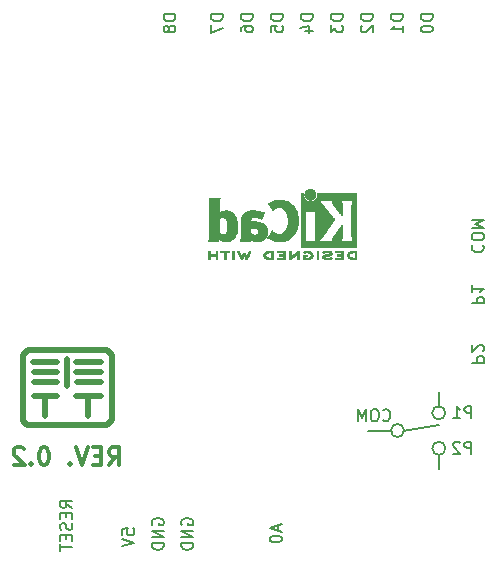
<source format=gbo>
G04 #@! TF.GenerationSoftware,KiCad,Pcbnew,(2017-11-08 revision cd21218)-HEAD*
G04 #@! TF.CreationDate,2018-02-16T13:29:39+02:00*
G04 #@! TF.ProjectId,esp8266_uno_relay,657370383236365F756E6F5F72656C61,rev?*
G04 #@! TF.SameCoordinates,Original*
G04 #@! TF.FileFunction,Legend,Bot*
G04 #@! TF.FilePolarity,Positive*
%FSLAX46Y46*%
G04 Gerber Fmt 4.6, Leading zero omitted, Abs format (unit mm)*
G04 Created by KiCad (PCBNEW (2017-11-08 revision cd21218)-HEAD) date Fri Feb 16 13:29:39 2018*
%MOMM*%
%LPD*%
G01*
G04 APERTURE LIST*
%ADD10C,0.200000*%
%ADD11C,0.300000*%
%ADD12C,0.150000*%
%ADD13C,0.010000*%
%ADD14C,0.500000*%
%ADD15C,2.200000*%
%ADD16C,2.800000*%
%ADD17C,4.600000*%
%ADD18C,3.600000*%
%ADD19O,2.000000X2.000000*%
%ADD20R,2.000000X2.000000*%
%ADD21R,2.900000X2.900000*%
%ADD22C,2.900000*%
%ADD23C,2.400000*%
G04 APERTURE END LIST*
D10*
X170059017Y-133750000D02*
G75*
G03X170059017Y-133750000I-559017J0D01*
G01*
X166559017Y-132250000D02*
G75*
G03X166559017Y-132250000I-559017J0D01*
G01*
X172238095Y-134202380D02*
X172238095Y-133202380D01*
X171857142Y-133202380D01*
X171761904Y-133250000D01*
X171714285Y-133297619D01*
X171666666Y-133392857D01*
X171666666Y-133535714D01*
X171714285Y-133630952D01*
X171761904Y-133678571D01*
X171857142Y-133726190D01*
X172238095Y-133726190D01*
X171285714Y-133297619D02*
X171238095Y-133250000D01*
X171142857Y-133202380D01*
X170904761Y-133202380D01*
X170809523Y-133250000D01*
X170761904Y-133297619D01*
X170714285Y-133392857D01*
X170714285Y-133488095D01*
X170761904Y-133630952D01*
X171333333Y-134202380D01*
X170714285Y-134202380D01*
X172238095Y-131202380D02*
X172238095Y-130202380D01*
X171857142Y-130202380D01*
X171761904Y-130250000D01*
X171714285Y-130297619D01*
X171666666Y-130392857D01*
X171666666Y-130535714D01*
X171714285Y-130630952D01*
X171761904Y-130678571D01*
X171857142Y-130726190D01*
X172238095Y-130726190D01*
X170714285Y-131202380D02*
X171285714Y-131202380D01*
X171000000Y-131202380D02*
X171000000Y-130202380D01*
X171095238Y-130345238D01*
X171190476Y-130440476D01*
X171285714Y-130488095D01*
X169500000Y-134250000D02*
X169500000Y-135500000D01*
X165500000Y-132250000D02*
X163500000Y-132250000D01*
X169500000Y-129000000D02*
X169500000Y-130250000D01*
X166500000Y-132250000D02*
X169500000Y-131750000D01*
X164785714Y-131357142D02*
X164833333Y-131404761D01*
X164976190Y-131452380D01*
X165071428Y-131452380D01*
X165214285Y-131404761D01*
X165309523Y-131309523D01*
X165357142Y-131214285D01*
X165404761Y-131023809D01*
X165404761Y-130880952D01*
X165357142Y-130690476D01*
X165309523Y-130595238D01*
X165214285Y-130500000D01*
X165071428Y-130452380D01*
X164976190Y-130452380D01*
X164833333Y-130500000D01*
X164785714Y-130547619D01*
X164166666Y-130452380D02*
X163976190Y-130452380D01*
X163880952Y-130500000D01*
X163785714Y-130595238D01*
X163738095Y-130785714D01*
X163738095Y-131119047D01*
X163785714Y-131309523D01*
X163880952Y-131404761D01*
X163976190Y-131452380D01*
X164166666Y-131452380D01*
X164261904Y-131404761D01*
X164357142Y-131309523D01*
X164404761Y-131119047D01*
X164404761Y-130785714D01*
X164357142Y-130595238D01*
X164261904Y-130500000D01*
X164166666Y-130452380D01*
X163309523Y-131452380D02*
X163309523Y-130452380D01*
X162976190Y-131166666D01*
X162642857Y-130452380D01*
X162642857Y-131452380D01*
X170059017Y-130750000D02*
G75*
G03X170059017Y-130750000I-559017J0D01*
G01*
X172297619Y-126488095D02*
X173297619Y-126488095D01*
X173297619Y-126107142D01*
X173250000Y-126011904D01*
X173202380Y-125964285D01*
X173107142Y-125916666D01*
X172964285Y-125916666D01*
X172869047Y-125964285D01*
X172821428Y-126011904D01*
X172773809Y-126107142D01*
X172773809Y-126488095D01*
X173202380Y-125535714D02*
X173250000Y-125488095D01*
X173297619Y-125392857D01*
X173297619Y-125154761D01*
X173250000Y-125059523D01*
X173202380Y-125011904D01*
X173107142Y-124964285D01*
X173011904Y-124964285D01*
X172869047Y-125011904D01*
X172297619Y-125583333D01*
X172297619Y-124964285D01*
X172297619Y-121488095D02*
X173297619Y-121488095D01*
X173297619Y-121107142D01*
X173250000Y-121011904D01*
X173202380Y-120964285D01*
X173107142Y-120916666D01*
X172964285Y-120916666D01*
X172869047Y-120964285D01*
X172821428Y-121011904D01*
X172773809Y-121107142D01*
X172773809Y-121488095D01*
X172297619Y-119964285D02*
X172297619Y-120535714D01*
X172297619Y-120250000D02*
X173297619Y-120250000D01*
X173154761Y-120345238D01*
X173059523Y-120440476D01*
X173011904Y-120535714D01*
X172392857Y-116535714D02*
X172345238Y-116583333D01*
X172297619Y-116726190D01*
X172297619Y-116821428D01*
X172345238Y-116964285D01*
X172440476Y-117059523D01*
X172535714Y-117107142D01*
X172726190Y-117154761D01*
X172869047Y-117154761D01*
X173059523Y-117107142D01*
X173154761Y-117059523D01*
X173250000Y-116964285D01*
X173297619Y-116821428D01*
X173297619Y-116726190D01*
X173250000Y-116583333D01*
X173202380Y-116535714D01*
X173297619Y-115916666D02*
X173297619Y-115726190D01*
X173250000Y-115630952D01*
X173154761Y-115535714D01*
X172964285Y-115488095D01*
X172630952Y-115488095D01*
X172440476Y-115535714D01*
X172345238Y-115630952D01*
X172297619Y-115726190D01*
X172297619Y-115916666D01*
X172345238Y-116011904D01*
X172440476Y-116107142D01*
X172630952Y-116154761D01*
X172964285Y-116154761D01*
X173154761Y-116107142D01*
X173250000Y-116011904D01*
X173297619Y-115916666D01*
X172297619Y-115059523D02*
X173297619Y-115059523D01*
X172583333Y-114726190D01*
X173297619Y-114392857D01*
X172297619Y-114392857D01*
D11*
X141571428Y-135178571D02*
X142071428Y-134464285D01*
X142428571Y-135178571D02*
X142428571Y-133678571D01*
X141857142Y-133678571D01*
X141714285Y-133750000D01*
X141642857Y-133821428D01*
X141571428Y-133964285D01*
X141571428Y-134178571D01*
X141642857Y-134321428D01*
X141714285Y-134392857D01*
X141857142Y-134464285D01*
X142428571Y-134464285D01*
X140928571Y-134392857D02*
X140428571Y-134392857D01*
X140214285Y-135178571D02*
X140928571Y-135178571D01*
X140928571Y-133678571D01*
X140214285Y-133678571D01*
X139785714Y-133678571D02*
X139285714Y-135178571D01*
X138785714Y-133678571D01*
X138285714Y-135035714D02*
X138214285Y-135107142D01*
X138285714Y-135178571D01*
X138357142Y-135107142D01*
X138285714Y-135035714D01*
X138285714Y-135178571D01*
X136142857Y-133678571D02*
X136000000Y-133678571D01*
X135857142Y-133750000D01*
X135785714Y-133821428D01*
X135714285Y-133964285D01*
X135642857Y-134250000D01*
X135642857Y-134607142D01*
X135714285Y-134892857D01*
X135785714Y-135035714D01*
X135857142Y-135107142D01*
X136000000Y-135178571D01*
X136142857Y-135178571D01*
X136285714Y-135107142D01*
X136357142Y-135035714D01*
X136428571Y-134892857D01*
X136500000Y-134607142D01*
X136500000Y-134250000D01*
X136428571Y-133964285D01*
X136357142Y-133821428D01*
X136285714Y-133750000D01*
X136142857Y-133678571D01*
X135000000Y-135035714D02*
X134928571Y-135107142D01*
X135000000Y-135178571D01*
X135071428Y-135107142D01*
X135000000Y-135035714D01*
X135000000Y-135178571D01*
X134357142Y-133821428D02*
X134285714Y-133750000D01*
X134142857Y-133678571D01*
X133785714Y-133678571D01*
X133642857Y-133750000D01*
X133571428Y-133821428D01*
X133500000Y-133964285D01*
X133500000Y-134107142D01*
X133571428Y-134321428D01*
X134428571Y-135178571D01*
X133500000Y-135178571D01*
D12*
X147750000Y-140238095D02*
X147702380Y-140142857D01*
X147702380Y-140000000D01*
X147750000Y-139857142D01*
X147845238Y-139761904D01*
X147940476Y-139714285D01*
X148130952Y-139666666D01*
X148273809Y-139666666D01*
X148464285Y-139714285D01*
X148559523Y-139761904D01*
X148654761Y-139857142D01*
X148702380Y-140000000D01*
X148702380Y-140095238D01*
X148654761Y-140238095D01*
X148607142Y-140285714D01*
X148273809Y-140285714D01*
X148273809Y-140095238D01*
X148702380Y-140714285D02*
X147702380Y-140714285D01*
X148702380Y-141285714D01*
X147702380Y-141285714D01*
X148702380Y-141761904D02*
X147702380Y-141761904D01*
X147702380Y-142000000D01*
X147750000Y-142142857D01*
X147845238Y-142238095D01*
X147940476Y-142285714D01*
X148130952Y-142333333D01*
X148273809Y-142333333D01*
X148464285Y-142285714D01*
X148559523Y-142238095D01*
X148654761Y-142142857D01*
X148702380Y-142000000D01*
X148702380Y-141761904D01*
X142702380Y-141059523D02*
X142702380Y-140583333D01*
X143178571Y-140535714D01*
X143130952Y-140583333D01*
X143083333Y-140678571D01*
X143083333Y-140916666D01*
X143130952Y-141011904D01*
X143178571Y-141059523D01*
X143273809Y-141107142D01*
X143511904Y-141107142D01*
X143607142Y-141059523D01*
X143654761Y-141011904D01*
X143702380Y-140916666D01*
X143702380Y-140678571D01*
X143654761Y-140583333D01*
X143607142Y-140535714D01*
X142702380Y-141392857D02*
X143702380Y-141726190D01*
X142702380Y-142059523D01*
X155916666Y-140285714D02*
X155916666Y-140761904D01*
X156202380Y-140190476D02*
X155202380Y-140523809D01*
X156202380Y-140857142D01*
X155202380Y-141380952D02*
X155202380Y-141476190D01*
X155250000Y-141571428D01*
X155297619Y-141619047D01*
X155392857Y-141666666D01*
X155583333Y-141714285D01*
X155821428Y-141714285D01*
X156011904Y-141666666D01*
X156107142Y-141619047D01*
X156154761Y-141571428D01*
X156202380Y-141476190D01*
X156202380Y-141380952D01*
X156154761Y-141285714D01*
X156107142Y-141238095D01*
X156011904Y-141190476D01*
X155821428Y-141142857D01*
X155583333Y-141142857D01*
X155392857Y-141190476D01*
X155297619Y-141238095D01*
X155250000Y-141285714D01*
X155202380Y-141380952D01*
X138452380Y-138797619D02*
X137976190Y-138464285D01*
X138452380Y-138226190D02*
X137452380Y-138226190D01*
X137452380Y-138607142D01*
X137500000Y-138702380D01*
X137547619Y-138750000D01*
X137642857Y-138797619D01*
X137785714Y-138797619D01*
X137880952Y-138750000D01*
X137928571Y-138702380D01*
X137976190Y-138607142D01*
X137976190Y-138226190D01*
X137928571Y-139226190D02*
X137928571Y-139559523D01*
X138452380Y-139702380D02*
X138452380Y-139226190D01*
X137452380Y-139226190D01*
X137452380Y-139702380D01*
X138404761Y-140083333D02*
X138452380Y-140226190D01*
X138452380Y-140464285D01*
X138404761Y-140559523D01*
X138357142Y-140607142D01*
X138261904Y-140654761D01*
X138166666Y-140654761D01*
X138071428Y-140607142D01*
X138023809Y-140559523D01*
X137976190Y-140464285D01*
X137928571Y-140273809D01*
X137880952Y-140178571D01*
X137833333Y-140130952D01*
X137738095Y-140083333D01*
X137642857Y-140083333D01*
X137547619Y-140130952D01*
X137500000Y-140178571D01*
X137452380Y-140273809D01*
X137452380Y-140511904D01*
X137500000Y-140654761D01*
X137928571Y-141083333D02*
X137928571Y-141416666D01*
X138452380Y-141559523D02*
X138452380Y-141083333D01*
X137452380Y-141083333D01*
X137452380Y-141559523D01*
X137452380Y-141845238D02*
X137452380Y-142416666D01*
X138452380Y-142130952D02*
X137452380Y-142130952D01*
X145250000Y-140238095D02*
X145202380Y-140142857D01*
X145202380Y-140000000D01*
X145250000Y-139857142D01*
X145345238Y-139761904D01*
X145440476Y-139714285D01*
X145630952Y-139666666D01*
X145773809Y-139666666D01*
X145964285Y-139714285D01*
X146059523Y-139761904D01*
X146154761Y-139857142D01*
X146202380Y-140000000D01*
X146202380Y-140095238D01*
X146154761Y-140238095D01*
X146107142Y-140285714D01*
X145773809Y-140285714D01*
X145773809Y-140095238D01*
X146202380Y-140714285D02*
X145202380Y-140714285D01*
X146202380Y-141285714D01*
X145202380Y-141285714D01*
X146202380Y-141761904D02*
X145202380Y-141761904D01*
X145202380Y-142000000D01*
X145250000Y-142142857D01*
X145345238Y-142238095D01*
X145440476Y-142285714D01*
X145630952Y-142333333D01*
X145773809Y-142333333D01*
X145964285Y-142285714D01*
X146059523Y-142238095D01*
X146154761Y-142142857D01*
X146202380Y-142000000D01*
X146202380Y-141761904D01*
X166442380Y-97011904D02*
X165442380Y-97011904D01*
X165442380Y-97250000D01*
X165490000Y-97392857D01*
X165585238Y-97488095D01*
X165680476Y-97535714D01*
X165870952Y-97583333D01*
X166013809Y-97583333D01*
X166204285Y-97535714D01*
X166299523Y-97488095D01*
X166394761Y-97392857D01*
X166442380Y-97250000D01*
X166442380Y-97011904D01*
X166442380Y-98535714D02*
X166442380Y-97964285D01*
X166442380Y-98250000D02*
X165442380Y-98250000D01*
X165585238Y-98154761D01*
X165680476Y-98059523D01*
X165728095Y-97964285D01*
X153742380Y-97011904D02*
X152742380Y-97011904D01*
X152742380Y-97250000D01*
X152790000Y-97392857D01*
X152885238Y-97488095D01*
X152980476Y-97535714D01*
X153170952Y-97583333D01*
X153313809Y-97583333D01*
X153504285Y-97535714D01*
X153599523Y-97488095D01*
X153694761Y-97392857D01*
X153742380Y-97250000D01*
X153742380Y-97011904D01*
X152742380Y-98440476D02*
X152742380Y-98250000D01*
X152790000Y-98154761D01*
X152837619Y-98107142D01*
X152980476Y-98011904D01*
X153170952Y-97964285D01*
X153551904Y-97964285D01*
X153647142Y-98011904D01*
X153694761Y-98059523D01*
X153742380Y-98154761D01*
X153742380Y-98345238D01*
X153694761Y-98440476D01*
X153647142Y-98488095D01*
X153551904Y-98535714D01*
X153313809Y-98535714D01*
X153218571Y-98488095D01*
X153170952Y-98440476D01*
X153123333Y-98345238D01*
X153123333Y-98154761D01*
X153170952Y-98059523D01*
X153218571Y-98011904D01*
X153313809Y-97964285D01*
X156282380Y-97011904D02*
X155282380Y-97011904D01*
X155282380Y-97250000D01*
X155330000Y-97392857D01*
X155425238Y-97488095D01*
X155520476Y-97535714D01*
X155710952Y-97583333D01*
X155853809Y-97583333D01*
X156044285Y-97535714D01*
X156139523Y-97488095D01*
X156234761Y-97392857D01*
X156282380Y-97250000D01*
X156282380Y-97011904D01*
X155282380Y-98488095D02*
X155282380Y-98011904D01*
X155758571Y-97964285D01*
X155710952Y-98011904D01*
X155663333Y-98107142D01*
X155663333Y-98345238D01*
X155710952Y-98440476D01*
X155758571Y-98488095D01*
X155853809Y-98535714D01*
X156091904Y-98535714D01*
X156187142Y-98488095D01*
X156234761Y-98440476D01*
X156282380Y-98345238D01*
X156282380Y-98107142D01*
X156234761Y-98011904D01*
X156187142Y-97964285D01*
X147202380Y-97011904D02*
X146202380Y-97011904D01*
X146202380Y-97250000D01*
X146250000Y-97392857D01*
X146345238Y-97488095D01*
X146440476Y-97535714D01*
X146630952Y-97583333D01*
X146773809Y-97583333D01*
X146964285Y-97535714D01*
X147059523Y-97488095D01*
X147154761Y-97392857D01*
X147202380Y-97250000D01*
X147202380Y-97011904D01*
X146630952Y-98154761D02*
X146583333Y-98059523D01*
X146535714Y-98011904D01*
X146440476Y-97964285D01*
X146392857Y-97964285D01*
X146297619Y-98011904D01*
X146250000Y-98059523D01*
X146202380Y-98154761D01*
X146202380Y-98345238D01*
X146250000Y-98440476D01*
X146297619Y-98488095D01*
X146392857Y-98535714D01*
X146440476Y-98535714D01*
X146535714Y-98488095D01*
X146583333Y-98440476D01*
X146630952Y-98345238D01*
X146630952Y-98154761D01*
X146678571Y-98059523D01*
X146726190Y-98011904D01*
X146821428Y-97964285D01*
X147011904Y-97964285D01*
X147107142Y-98011904D01*
X147154761Y-98059523D01*
X147202380Y-98154761D01*
X147202380Y-98345238D01*
X147154761Y-98440476D01*
X147107142Y-98488095D01*
X147011904Y-98535714D01*
X146821428Y-98535714D01*
X146726190Y-98488095D01*
X146678571Y-98440476D01*
X146630952Y-98345238D01*
X161362380Y-97011904D02*
X160362380Y-97011904D01*
X160362380Y-97250000D01*
X160410000Y-97392857D01*
X160505238Y-97488095D01*
X160600476Y-97535714D01*
X160790952Y-97583333D01*
X160933809Y-97583333D01*
X161124285Y-97535714D01*
X161219523Y-97488095D01*
X161314761Y-97392857D01*
X161362380Y-97250000D01*
X161362380Y-97011904D01*
X160362380Y-97916666D02*
X160362380Y-98535714D01*
X160743333Y-98202380D01*
X160743333Y-98345238D01*
X160790952Y-98440476D01*
X160838571Y-98488095D01*
X160933809Y-98535714D01*
X161171904Y-98535714D01*
X161267142Y-98488095D01*
X161314761Y-98440476D01*
X161362380Y-98345238D01*
X161362380Y-98059523D01*
X161314761Y-97964285D01*
X161267142Y-97916666D01*
X168982380Y-97011904D02*
X167982380Y-97011904D01*
X167982380Y-97250000D01*
X168030000Y-97392857D01*
X168125238Y-97488095D01*
X168220476Y-97535714D01*
X168410952Y-97583333D01*
X168553809Y-97583333D01*
X168744285Y-97535714D01*
X168839523Y-97488095D01*
X168934761Y-97392857D01*
X168982380Y-97250000D01*
X168982380Y-97011904D01*
X167982380Y-98202380D02*
X167982380Y-98297619D01*
X168030000Y-98392857D01*
X168077619Y-98440476D01*
X168172857Y-98488095D01*
X168363333Y-98535714D01*
X168601428Y-98535714D01*
X168791904Y-98488095D01*
X168887142Y-98440476D01*
X168934761Y-98392857D01*
X168982380Y-98297619D01*
X168982380Y-98202380D01*
X168934761Y-98107142D01*
X168887142Y-98059523D01*
X168791904Y-98011904D01*
X168601428Y-97964285D01*
X168363333Y-97964285D01*
X168172857Y-98011904D01*
X168077619Y-98059523D01*
X168030000Y-98107142D01*
X167982380Y-98202380D01*
X163902380Y-97011904D02*
X162902380Y-97011904D01*
X162902380Y-97250000D01*
X162950000Y-97392857D01*
X163045238Y-97488095D01*
X163140476Y-97535714D01*
X163330952Y-97583333D01*
X163473809Y-97583333D01*
X163664285Y-97535714D01*
X163759523Y-97488095D01*
X163854761Y-97392857D01*
X163902380Y-97250000D01*
X163902380Y-97011904D01*
X162997619Y-97964285D02*
X162950000Y-98011904D01*
X162902380Y-98107142D01*
X162902380Y-98345238D01*
X162950000Y-98440476D01*
X162997619Y-98488095D01*
X163092857Y-98535714D01*
X163188095Y-98535714D01*
X163330952Y-98488095D01*
X163902380Y-97916666D01*
X163902380Y-98535714D01*
X158822380Y-97011904D02*
X157822380Y-97011904D01*
X157822380Y-97250000D01*
X157870000Y-97392857D01*
X157965238Y-97488095D01*
X158060476Y-97535714D01*
X158250952Y-97583333D01*
X158393809Y-97583333D01*
X158584285Y-97535714D01*
X158679523Y-97488095D01*
X158774761Y-97392857D01*
X158822380Y-97250000D01*
X158822380Y-97011904D01*
X158155714Y-98440476D02*
X158822380Y-98440476D01*
X157774761Y-98202380D02*
X158489047Y-97964285D01*
X158489047Y-98583333D01*
X151202380Y-97011904D02*
X150202380Y-97011904D01*
X150202380Y-97250000D01*
X150250000Y-97392857D01*
X150345238Y-97488095D01*
X150440476Y-97535714D01*
X150630952Y-97583333D01*
X150773809Y-97583333D01*
X150964285Y-97535714D01*
X151059523Y-97488095D01*
X151154761Y-97392857D01*
X151202380Y-97250000D01*
X151202380Y-97011904D01*
X150202380Y-97916666D02*
X150202380Y-98583333D01*
X151202380Y-98154761D01*
D13*
G36*
X158523043Y-111776571D02*
X158426768Y-111800809D01*
X158340184Y-111843641D01*
X158265373Y-111903419D01*
X158204418Y-111978494D01*
X158159399Y-112067220D01*
X158133136Y-112163530D01*
X158127286Y-112260795D01*
X158142140Y-112354654D01*
X158175840Y-112442511D01*
X158226528Y-112521770D01*
X158292345Y-112589836D01*
X158371434Y-112644112D01*
X158461934Y-112682002D01*
X158513200Y-112694426D01*
X158557698Y-112701947D01*
X158591999Y-112704919D01*
X158624960Y-112703094D01*
X158665434Y-112696225D01*
X158698531Y-112689250D01*
X158791947Y-112657741D01*
X158875619Y-112606617D01*
X158947665Y-112537429D01*
X159006200Y-112451728D01*
X159020148Y-112424489D01*
X159036586Y-112388122D01*
X159046894Y-112357582D01*
X159052460Y-112325450D01*
X159054669Y-112284307D01*
X159054948Y-112238222D01*
X159050861Y-112153865D01*
X159037446Y-112084586D01*
X159012256Y-112023961D01*
X158972846Y-111965567D01*
X158934298Y-111921302D01*
X158862406Y-111855484D01*
X158787313Y-111810053D01*
X158704562Y-111782850D01*
X158626928Y-111772576D01*
X158523043Y-111776571D01*
X158523043Y-111776571D01*
G37*
X158523043Y-111776571D02*
X158426768Y-111800809D01*
X158340184Y-111843641D01*
X158265373Y-111903419D01*
X158204418Y-111978494D01*
X158159399Y-112067220D01*
X158133136Y-112163530D01*
X158127286Y-112260795D01*
X158142140Y-112354654D01*
X158175840Y-112442511D01*
X158226528Y-112521770D01*
X158292345Y-112589836D01*
X158371434Y-112644112D01*
X158461934Y-112682002D01*
X158513200Y-112694426D01*
X158557698Y-112701947D01*
X158591999Y-112704919D01*
X158624960Y-112703094D01*
X158665434Y-112696225D01*
X158698531Y-112689250D01*
X158791947Y-112657741D01*
X158875619Y-112606617D01*
X158947665Y-112537429D01*
X159006200Y-112451728D01*
X159020148Y-112424489D01*
X159036586Y-112388122D01*
X159046894Y-112357582D01*
X159052460Y-112325450D01*
X159054669Y-112284307D01*
X159054948Y-112238222D01*
X159050861Y-112153865D01*
X159037446Y-112084586D01*
X159012256Y-112023961D01*
X158972846Y-111965567D01*
X158934298Y-111921302D01*
X158862406Y-111855484D01*
X158787313Y-111810053D01*
X158704562Y-111782850D01*
X158626928Y-111772576D01*
X158523043Y-111776571D01*
G36*
X150063493Y-114222245D02*
X150063474Y-114456662D01*
X150063448Y-114669603D01*
X150063375Y-114862168D01*
X150063218Y-115035459D01*
X150062936Y-115190576D01*
X150062491Y-115328620D01*
X150061844Y-115450692D01*
X150060955Y-115557894D01*
X150059787Y-115651326D01*
X150058299Y-115732090D01*
X150056454Y-115801286D01*
X150054211Y-115860015D01*
X150051531Y-115909379D01*
X150048377Y-115950478D01*
X150044708Y-115984413D01*
X150040487Y-116012286D01*
X150035673Y-116035198D01*
X150030227Y-116054249D01*
X150024112Y-116070540D01*
X150017288Y-116085173D01*
X150009715Y-116099249D01*
X150001355Y-116113868D01*
X149996161Y-116122974D01*
X149961896Y-116183689D01*
X150820045Y-116183689D01*
X150820045Y-116087733D01*
X150820776Y-116044370D01*
X150822728Y-116011205D01*
X150825537Y-115993424D01*
X150826779Y-115991778D01*
X150838201Y-115998662D01*
X150860916Y-116016505D01*
X150883615Y-116035879D01*
X150938200Y-116076614D01*
X151007679Y-116117617D01*
X151084730Y-116155123D01*
X151162035Y-116185364D01*
X151192887Y-116195012D01*
X151261384Y-116209578D01*
X151344236Y-116219539D01*
X151433629Y-116224583D01*
X151521752Y-116224396D01*
X151600793Y-116218666D01*
X151638489Y-116212858D01*
X151776586Y-116174797D01*
X151903887Y-116117073D01*
X152019708Y-116040211D01*
X152123363Y-115944739D01*
X152214167Y-115831179D01*
X152280969Y-115720381D01*
X152335836Y-115603625D01*
X152377837Y-115484276D01*
X152407833Y-115358283D01*
X152426689Y-115221594D01*
X152435268Y-115070158D01*
X152435994Y-114992711D01*
X152433900Y-114935934D01*
X151604783Y-114935934D01*
X151604576Y-115029002D01*
X151601663Y-115116692D01*
X151596000Y-115193772D01*
X151587545Y-115255009D01*
X151584962Y-115267350D01*
X151553160Y-115374633D01*
X151511502Y-115461658D01*
X151459637Y-115528642D01*
X151397219Y-115575805D01*
X151323900Y-115603365D01*
X151239331Y-115611541D01*
X151143165Y-115600551D01*
X151079689Y-115584829D01*
X151030546Y-115566639D01*
X150976417Y-115540791D01*
X150935756Y-115517089D01*
X150865200Y-115470721D01*
X150865200Y-114320530D01*
X150932608Y-114276962D01*
X151011133Y-114236040D01*
X151095319Y-114209389D01*
X151180443Y-114197465D01*
X151261784Y-114200722D01*
X151334620Y-114219615D01*
X151366574Y-114235184D01*
X151424499Y-114278181D01*
X151473456Y-114334953D01*
X151514610Y-114407575D01*
X151549126Y-114498121D01*
X151578167Y-114608666D01*
X151579448Y-114614533D01*
X151589619Y-114676788D01*
X151597261Y-114754594D01*
X151602330Y-114842720D01*
X151604783Y-114935934D01*
X152433900Y-114935934D01*
X152428143Y-114779895D01*
X152406198Y-114584059D01*
X152370214Y-114405332D01*
X152320241Y-114243845D01*
X152256332Y-114099726D01*
X152178538Y-113973106D01*
X152086911Y-113864115D01*
X151981503Y-113772883D01*
X151936338Y-113741932D01*
X151835389Y-113685785D01*
X151732099Y-113646174D01*
X151622011Y-113622014D01*
X151500670Y-113612219D01*
X151408164Y-113613265D01*
X151278510Y-113624231D01*
X151165916Y-113646046D01*
X151067125Y-113679714D01*
X150978879Y-113726236D01*
X150930014Y-113760448D01*
X150900647Y-113782362D01*
X150878957Y-113797333D01*
X150870747Y-113801733D01*
X150869132Y-113790904D01*
X150867841Y-113760251D01*
X150866862Y-113712526D01*
X150866183Y-113650479D01*
X150865790Y-113576862D01*
X150865670Y-113494427D01*
X150865812Y-113405925D01*
X150866203Y-113314107D01*
X150866829Y-113221724D01*
X150867680Y-113131528D01*
X150868740Y-113046271D01*
X150869999Y-112968703D01*
X150871444Y-112901576D01*
X150873062Y-112847641D01*
X150874839Y-112809650D01*
X150875331Y-112802667D01*
X150882908Y-112732251D01*
X150894469Y-112677102D01*
X150912208Y-112629981D01*
X150938318Y-112583647D01*
X150944585Y-112574067D01*
X150969017Y-112537378D01*
X150063689Y-112537378D01*
X150063493Y-114222245D01*
X150063493Y-114222245D01*
G37*
X150063493Y-114222245D02*
X150063474Y-114456662D01*
X150063448Y-114669603D01*
X150063375Y-114862168D01*
X150063218Y-115035459D01*
X150062936Y-115190576D01*
X150062491Y-115328620D01*
X150061844Y-115450692D01*
X150060955Y-115557894D01*
X150059787Y-115651326D01*
X150058299Y-115732090D01*
X150056454Y-115801286D01*
X150054211Y-115860015D01*
X150051531Y-115909379D01*
X150048377Y-115950478D01*
X150044708Y-115984413D01*
X150040487Y-116012286D01*
X150035673Y-116035198D01*
X150030227Y-116054249D01*
X150024112Y-116070540D01*
X150017288Y-116085173D01*
X150009715Y-116099249D01*
X150001355Y-116113868D01*
X149996161Y-116122974D01*
X149961896Y-116183689D01*
X150820045Y-116183689D01*
X150820045Y-116087733D01*
X150820776Y-116044370D01*
X150822728Y-116011205D01*
X150825537Y-115993424D01*
X150826779Y-115991778D01*
X150838201Y-115998662D01*
X150860916Y-116016505D01*
X150883615Y-116035879D01*
X150938200Y-116076614D01*
X151007679Y-116117617D01*
X151084730Y-116155123D01*
X151162035Y-116185364D01*
X151192887Y-116195012D01*
X151261384Y-116209578D01*
X151344236Y-116219539D01*
X151433629Y-116224583D01*
X151521752Y-116224396D01*
X151600793Y-116218666D01*
X151638489Y-116212858D01*
X151776586Y-116174797D01*
X151903887Y-116117073D01*
X152019708Y-116040211D01*
X152123363Y-115944739D01*
X152214167Y-115831179D01*
X152280969Y-115720381D01*
X152335836Y-115603625D01*
X152377837Y-115484276D01*
X152407833Y-115358283D01*
X152426689Y-115221594D01*
X152435268Y-115070158D01*
X152435994Y-114992711D01*
X152433900Y-114935934D01*
X151604783Y-114935934D01*
X151604576Y-115029002D01*
X151601663Y-115116692D01*
X151596000Y-115193772D01*
X151587545Y-115255009D01*
X151584962Y-115267350D01*
X151553160Y-115374633D01*
X151511502Y-115461658D01*
X151459637Y-115528642D01*
X151397219Y-115575805D01*
X151323900Y-115603365D01*
X151239331Y-115611541D01*
X151143165Y-115600551D01*
X151079689Y-115584829D01*
X151030546Y-115566639D01*
X150976417Y-115540791D01*
X150935756Y-115517089D01*
X150865200Y-115470721D01*
X150865200Y-114320530D01*
X150932608Y-114276962D01*
X151011133Y-114236040D01*
X151095319Y-114209389D01*
X151180443Y-114197465D01*
X151261784Y-114200722D01*
X151334620Y-114219615D01*
X151366574Y-114235184D01*
X151424499Y-114278181D01*
X151473456Y-114334953D01*
X151514610Y-114407575D01*
X151549126Y-114498121D01*
X151578167Y-114608666D01*
X151579448Y-114614533D01*
X151589619Y-114676788D01*
X151597261Y-114754594D01*
X151602330Y-114842720D01*
X151604783Y-114935934D01*
X152433900Y-114935934D01*
X152428143Y-114779895D01*
X152406198Y-114584059D01*
X152370214Y-114405332D01*
X152320241Y-114243845D01*
X152256332Y-114099726D01*
X152178538Y-113973106D01*
X152086911Y-113864115D01*
X151981503Y-113772883D01*
X151936338Y-113741932D01*
X151835389Y-113685785D01*
X151732099Y-113646174D01*
X151622011Y-113622014D01*
X151500670Y-113612219D01*
X151408164Y-113613265D01*
X151278510Y-113624231D01*
X151165916Y-113646046D01*
X151067125Y-113679714D01*
X150978879Y-113726236D01*
X150930014Y-113760448D01*
X150900647Y-113782362D01*
X150878957Y-113797333D01*
X150870747Y-113801733D01*
X150869132Y-113790904D01*
X150867841Y-113760251D01*
X150866862Y-113712526D01*
X150866183Y-113650479D01*
X150865790Y-113576862D01*
X150865670Y-113494427D01*
X150865812Y-113405925D01*
X150866203Y-113314107D01*
X150866829Y-113221724D01*
X150867680Y-113131528D01*
X150868740Y-113046271D01*
X150869999Y-112968703D01*
X150871444Y-112901576D01*
X150873062Y-112847641D01*
X150874839Y-112809650D01*
X150875331Y-112802667D01*
X150882908Y-112732251D01*
X150894469Y-112677102D01*
X150912208Y-112629981D01*
X150938318Y-112583647D01*
X150944585Y-112574067D01*
X150969017Y-112537378D01*
X150063689Y-112537378D01*
X150063493Y-114222245D01*
G36*
X153576426Y-113616552D02*
X153424508Y-113636567D01*
X153289244Y-113670202D01*
X153169761Y-113717725D01*
X153065185Y-113779405D01*
X152987576Y-113842965D01*
X152918735Y-113917099D01*
X152864994Y-113996871D01*
X152822090Y-114089091D01*
X152806616Y-114132161D01*
X152793756Y-114171142D01*
X152782554Y-114207289D01*
X152772880Y-114242434D01*
X152764604Y-114278410D01*
X152757597Y-114317050D01*
X152751728Y-114360185D01*
X152746869Y-114409649D01*
X152742890Y-114467273D01*
X152739660Y-114534891D01*
X152737051Y-114614334D01*
X152734933Y-114707436D01*
X152733176Y-114816027D01*
X152731651Y-114941942D01*
X152730228Y-115087012D01*
X152728975Y-115229778D01*
X152727649Y-115385968D01*
X152726444Y-115521239D01*
X152725234Y-115637246D01*
X152723894Y-115735645D01*
X152722300Y-115818093D01*
X152720325Y-115886246D01*
X152717844Y-115941760D01*
X152714731Y-115986292D01*
X152710862Y-116021498D01*
X152706111Y-116049034D01*
X152700352Y-116070556D01*
X152693461Y-116087722D01*
X152685311Y-116102186D01*
X152675777Y-116115606D01*
X152664734Y-116129638D01*
X152660434Y-116135071D01*
X152644614Y-116157910D01*
X152637578Y-116173463D01*
X152637556Y-116173922D01*
X152648433Y-116176121D01*
X152679418Y-116178147D01*
X152728043Y-116179942D01*
X152791837Y-116181451D01*
X152868331Y-116182616D01*
X152955056Y-116183380D01*
X153049543Y-116183686D01*
X153060450Y-116183689D01*
X153483343Y-116183689D01*
X153486605Y-116087622D01*
X153489867Y-115991556D01*
X153551956Y-116042543D01*
X153649286Y-116110057D01*
X153759187Y-116164749D01*
X153845651Y-116194978D01*
X153914722Y-116209666D01*
X153998075Y-116219659D01*
X154087841Y-116224646D01*
X154176155Y-116224313D01*
X154255149Y-116218351D01*
X154291378Y-116212638D01*
X154431397Y-116174776D01*
X154557822Y-116119932D01*
X154669740Y-116048924D01*
X154766238Y-115962568D01*
X154846400Y-115861679D01*
X154909313Y-115747076D01*
X154953688Y-115620984D01*
X154966022Y-115564401D01*
X154973632Y-115502202D01*
X154977261Y-115427363D01*
X154977755Y-115393467D01*
X154977690Y-115390282D01*
X154217752Y-115390282D01*
X154208459Y-115465333D01*
X154180272Y-115529160D01*
X154131803Y-115584798D01*
X154126746Y-115589211D01*
X154078452Y-115624037D01*
X154026743Y-115646620D01*
X153966011Y-115658540D01*
X153890648Y-115661383D01*
X153872541Y-115660978D01*
X153818722Y-115658325D01*
X153778692Y-115652909D01*
X153743676Y-115642745D01*
X153704897Y-115625850D01*
X153694255Y-115620672D01*
X153633604Y-115584844D01*
X153586785Y-115542212D01*
X153574048Y-115526973D01*
X153529378Y-115470462D01*
X153529378Y-115274586D01*
X153529914Y-115195939D01*
X153531604Y-115137988D01*
X153534572Y-115098875D01*
X153538943Y-115076741D01*
X153543028Y-115070274D01*
X153558953Y-115067111D01*
X153592736Y-115064488D01*
X153639660Y-115062655D01*
X153695007Y-115061857D01*
X153703894Y-115061842D01*
X153824670Y-115067096D01*
X153927340Y-115083263D01*
X154013894Y-115110961D01*
X154086319Y-115150808D01*
X154141249Y-115197758D01*
X154185796Y-115255645D01*
X154210520Y-115318693D01*
X154217752Y-115390282D01*
X154977690Y-115390282D01*
X154975822Y-115299712D01*
X154967478Y-115220812D01*
X154951232Y-115149590D01*
X154925595Y-115078864D01*
X154901599Y-115026493D01*
X154842980Y-114931196D01*
X154764883Y-114843170D01*
X154669685Y-114764017D01*
X154559762Y-114695340D01*
X154437490Y-114638741D01*
X154305245Y-114595821D01*
X154240578Y-114580882D01*
X154104396Y-114558777D01*
X153955951Y-114544194D01*
X153804495Y-114537813D01*
X153677936Y-114539445D01*
X153516050Y-114546224D01*
X153523470Y-114487245D01*
X153542762Y-114388092D01*
X153573896Y-114307372D01*
X153617731Y-114244466D01*
X153675129Y-114198756D01*
X153746952Y-114169622D01*
X153834059Y-114156447D01*
X153937314Y-114158611D01*
X153975289Y-114162612D01*
X154116480Y-114187780D01*
X154253293Y-114228814D01*
X154347822Y-114266815D01*
X154392982Y-114286190D01*
X154431415Y-114301760D01*
X154457766Y-114311405D01*
X154465454Y-114313452D01*
X154475198Y-114304374D01*
X154491917Y-114275405D01*
X154515768Y-114226217D01*
X154546907Y-114156484D01*
X154585493Y-114065879D01*
X154592090Y-114050089D01*
X154622147Y-113977772D01*
X154649126Y-113912425D01*
X154671864Y-113856906D01*
X154689194Y-113814072D01*
X154699952Y-113786781D01*
X154703059Y-113777942D01*
X154693060Y-113773187D01*
X154666783Y-113767910D01*
X154638511Y-113764231D01*
X154608354Y-113759474D01*
X154560567Y-113750028D01*
X154499388Y-113736820D01*
X154429054Y-113720776D01*
X154353806Y-113702820D01*
X154325245Y-113695797D01*
X154220184Y-113670209D01*
X154132520Y-113650147D01*
X154057932Y-113634969D01*
X153992097Y-113624035D01*
X153930693Y-113616704D01*
X153869398Y-113612335D01*
X153803890Y-113610287D01*
X153745872Y-113609889D01*
X153576426Y-113616552D01*
X153576426Y-113616552D01*
G37*
X153576426Y-113616552D02*
X153424508Y-113636567D01*
X153289244Y-113670202D01*
X153169761Y-113717725D01*
X153065185Y-113779405D01*
X152987576Y-113842965D01*
X152918735Y-113917099D01*
X152864994Y-113996871D01*
X152822090Y-114089091D01*
X152806616Y-114132161D01*
X152793756Y-114171142D01*
X152782554Y-114207289D01*
X152772880Y-114242434D01*
X152764604Y-114278410D01*
X152757597Y-114317050D01*
X152751728Y-114360185D01*
X152746869Y-114409649D01*
X152742890Y-114467273D01*
X152739660Y-114534891D01*
X152737051Y-114614334D01*
X152734933Y-114707436D01*
X152733176Y-114816027D01*
X152731651Y-114941942D01*
X152730228Y-115087012D01*
X152728975Y-115229778D01*
X152727649Y-115385968D01*
X152726444Y-115521239D01*
X152725234Y-115637246D01*
X152723894Y-115735645D01*
X152722300Y-115818093D01*
X152720325Y-115886246D01*
X152717844Y-115941760D01*
X152714731Y-115986292D01*
X152710862Y-116021498D01*
X152706111Y-116049034D01*
X152700352Y-116070556D01*
X152693461Y-116087722D01*
X152685311Y-116102186D01*
X152675777Y-116115606D01*
X152664734Y-116129638D01*
X152660434Y-116135071D01*
X152644614Y-116157910D01*
X152637578Y-116173463D01*
X152637556Y-116173922D01*
X152648433Y-116176121D01*
X152679418Y-116178147D01*
X152728043Y-116179942D01*
X152791837Y-116181451D01*
X152868331Y-116182616D01*
X152955056Y-116183380D01*
X153049543Y-116183686D01*
X153060450Y-116183689D01*
X153483343Y-116183689D01*
X153486605Y-116087622D01*
X153489867Y-115991556D01*
X153551956Y-116042543D01*
X153649286Y-116110057D01*
X153759187Y-116164749D01*
X153845651Y-116194978D01*
X153914722Y-116209666D01*
X153998075Y-116219659D01*
X154087841Y-116224646D01*
X154176155Y-116224313D01*
X154255149Y-116218351D01*
X154291378Y-116212638D01*
X154431397Y-116174776D01*
X154557822Y-116119932D01*
X154669740Y-116048924D01*
X154766238Y-115962568D01*
X154846400Y-115861679D01*
X154909313Y-115747076D01*
X154953688Y-115620984D01*
X154966022Y-115564401D01*
X154973632Y-115502202D01*
X154977261Y-115427363D01*
X154977755Y-115393467D01*
X154977690Y-115390282D01*
X154217752Y-115390282D01*
X154208459Y-115465333D01*
X154180272Y-115529160D01*
X154131803Y-115584798D01*
X154126746Y-115589211D01*
X154078452Y-115624037D01*
X154026743Y-115646620D01*
X153966011Y-115658540D01*
X153890648Y-115661383D01*
X153872541Y-115660978D01*
X153818722Y-115658325D01*
X153778692Y-115652909D01*
X153743676Y-115642745D01*
X153704897Y-115625850D01*
X153694255Y-115620672D01*
X153633604Y-115584844D01*
X153586785Y-115542212D01*
X153574048Y-115526973D01*
X153529378Y-115470462D01*
X153529378Y-115274586D01*
X153529914Y-115195939D01*
X153531604Y-115137988D01*
X153534572Y-115098875D01*
X153538943Y-115076741D01*
X153543028Y-115070274D01*
X153558953Y-115067111D01*
X153592736Y-115064488D01*
X153639660Y-115062655D01*
X153695007Y-115061857D01*
X153703894Y-115061842D01*
X153824670Y-115067096D01*
X153927340Y-115083263D01*
X154013894Y-115110961D01*
X154086319Y-115150808D01*
X154141249Y-115197758D01*
X154185796Y-115255645D01*
X154210520Y-115318693D01*
X154217752Y-115390282D01*
X154977690Y-115390282D01*
X154975822Y-115299712D01*
X154967478Y-115220812D01*
X154951232Y-115149590D01*
X154925595Y-115078864D01*
X154901599Y-115026493D01*
X154842980Y-114931196D01*
X154764883Y-114843170D01*
X154669685Y-114764017D01*
X154559762Y-114695340D01*
X154437490Y-114638741D01*
X154305245Y-114595821D01*
X154240578Y-114580882D01*
X154104396Y-114558777D01*
X153955951Y-114544194D01*
X153804495Y-114537813D01*
X153677936Y-114539445D01*
X153516050Y-114546224D01*
X153523470Y-114487245D01*
X153542762Y-114388092D01*
X153573896Y-114307372D01*
X153617731Y-114244466D01*
X153675129Y-114198756D01*
X153746952Y-114169622D01*
X153834059Y-114156447D01*
X153937314Y-114158611D01*
X153975289Y-114162612D01*
X154116480Y-114187780D01*
X154253293Y-114228814D01*
X154347822Y-114266815D01*
X154392982Y-114286190D01*
X154431415Y-114301760D01*
X154457766Y-114311405D01*
X154465454Y-114313452D01*
X154475198Y-114304374D01*
X154491917Y-114275405D01*
X154515768Y-114226217D01*
X154546907Y-114156484D01*
X154585493Y-114065879D01*
X154592090Y-114050089D01*
X154622147Y-113977772D01*
X154649126Y-113912425D01*
X154671864Y-113856906D01*
X154689194Y-113814072D01*
X154699952Y-113786781D01*
X154703059Y-113777942D01*
X154693060Y-113773187D01*
X154666783Y-113767910D01*
X154638511Y-113764231D01*
X154608354Y-113759474D01*
X154560567Y-113750028D01*
X154499388Y-113736820D01*
X154429054Y-113720776D01*
X154353806Y-113702820D01*
X154325245Y-113695797D01*
X154220184Y-113670209D01*
X154132520Y-113650147D01*
X154057932Y-113634969D01*
X153992097Y-113624035D01*
X153930693Y-113616704D01*
X153869398Y-113612335D01*
X153803890Y-113610287D01*
X153745872Y-113609889D01*
X153576426Y-113616552D01*
G36*
X155921571Y-112699071D02*
X155761430Y-112720245D01*
X155597490Y-112760385D01*
X155427687Y-112819889D01*
X155249957Y-112899154D01*
X155238690Y-112904699D01*
X155180995Y-112932725D01*
X155129448Y-112956802D01*
X155087809Y-112975249D01*
X155059838Y-112986386D01*
X155050267Y-112988933D01*
X155031050Y-112993941D01*
X155026439Y-112998147D01*
X155031542Y-113008580D01*
X155047582Y-113034868D01*
X155072712Y-113074257D01*
X155105086Y-113123991D01*
X155142857Y-113181315D01*
X155184178Y-113243476D01*
X155227202Y-113307718D01*
X155270083Y-113371285D01*
X155310974Y-113431425D01*
X155348029Y-113485380D01*
X155379400Y-113530397D01*
X155403241Y-113563721D01*
X155417706Y-113582597D01*
X155419691Y-113584787D01*
X155429809Y-113580138D01*
X155452150Y-113562962D01*
X155482720Y-113536440D01*
X155498464Y-113521964D01*
X155594953Y-113446682D01*
X155701664Y-113391241D01*
X155817168Y-113356141D01*
X155940038Y-113341880D01*
X156009439Y-113343051D01*
X156130577Y-113360212D01*
X156239795Y-113396094D01*
X156337418Y-113450959D01*
X156423772Y-113525070D01*
X156499185Y-113618688D01*
X156563982Y-113732076D01*
X156601399Y-113818667D01*
X156645252Y-113954366D01*
X156677572Y-114101850D01*
X156698443Y-114257314D01*
X156707949Y-114416956D01*
X156706173Y-114576973D01*
X156693197Y-114733561D01*
X156669106Y-114882918D01*
X156633982Y-115021240D01*
X156587908Y-115144724D01*
X156571627Y-115178978D01*
X156503380Y-115293064D01*
X156422921Y-115389557D01*
X156331430Y-115467670D01*
X156230089Y-115526617D01*
X156120080Y-115565612D01*
X156002585Y-115583868D01*
X155961117Y-115585211D01*
X155839559Y-115574290D01*
X155719122Y-115541474D01*
X155601334Y-115487439D01*
X155487723Y-115412865D01*
X155396315Y-115334539D01*
X155349785Y-115290008D01*
X155168517Y-115587271D01*
X155123420Y-115661433D01*
X155082181Y-115729646D01*
X155046265Y-115789459D01*
X155017134Y-115838420D01*
X154996250Y-115874079D01*
X154985076Y-115893984D01*
X154983625Y-115897079D01*
X154991854Y-115906718D01*
X155017433Y-115923999D01*
X155057127Y-115947283D01*
X155107703Y-115974934D01*
X155165926Y-116005315D01*
X155228563Y-116036790D01*
X155292379Y-116067722D01*
X155354140Y-116096473D01*
X155410612Y-116121408D01*
X155458562Y-116140889D01*
X155482014Y-116149318D01*
X155615779Y-116187133D01*
X155753673Y-116212136D01*
X155901378Y-116225140D01*
X156028167Y-116227468D01*
X156096122Y-116226373D01*
X156161723Y-116224275D01*
X156219153Y-116221434D01*
X156262597Y-116218106D01*
X156276702Y-116216422D01*
X156415716Y-116187587D01*
X156557243Y-116142468D01*
X156694725Y-116083750D01*
X156821606Y-116014120D01*
X156899111Y-115961441D01*
X157026519Y-115853239D01*
X157144822Y-115726671D01*
X157251828Y-115584866D01*
X157345348Y-115430951D01*
X157423190Y-115268053D01*
X157467044Y-115150756D01*
X157517292Y-114967128D01*
X157550791Y-114772581D01*
X157567551Y-114571325D01*
X157567584Y-114367568D01*
X157550899Y-114165521D01*
X157517507Y-113969392D01*
X157467420Y-113783391D01*
X157463603Y-113771803D01*
X157400719Y-113609750D01*
X157323972Y-113461832D01*
X157230758Y-113323865D01*
X157118473Y-113191661D01*
X157074608Y-113146399D01*
X156938466Y-113022457D01*
X156798509Y-112919915D01*
X156652589Y-112837656D01*
X156498558Y-112774564D01*
X156334268Y-112729523D01*
X156238711Y-112712033D01*
X156079977Y-112696466D01*
X155921571Y-112699071D01*
X155921571Y-112699071D01*
G37*
X155921571Y-112699071D02*
X155761430Y-112720245D01*
X155597490Y-112760385D01*
X155427687Y-112819889D01*
X155249957Y-112899154D01*
X155238690Y-112904699D01*
X155180995Y-112932725D01*
X155129448Y-112956802D01*
X155087809Y-112975249D01*
X155059838Y-112986386D01*
X155050267Y-112988933D01*
X155031050Y-112993941D01*
X155026439Y-112998147D01*
X155031542Y-113008580D01*
X155047582Y-113034868D01*
X155072712Y-113074257D01*
X155105086Y-113123991D01*
X155142857Y-113181315D01*
X155184178Y-113243476D01*
X155227202Y-113307718D01*
X155270083Y-113371285D01*
X155310974Y-113431425D01*
X155348029Y-113485380D01*
X155379400Y-113530397D01*
X155403241Y-113563721D01*
X155417706Y-113582597D01*
X155419691Y-113584787D01*
X155429809Y-113580138D01*
X155452150Y-113562962D01*
X155482720Y-113536440D01*
X155498464Y-113521964D01*
X155594953Y-113446682D01*
X155701664Y-113391241D01*
X155817168Y-113356141D01*
X155940038Y-113341880D01*
X156009439Y-113343051D01*
X156130577Y-113360212D01*
X156239795Y-113396094D01*
X156337418Y-113450959D01*
X156423772Y-113525070D01*
X156499185Y-113618688D01*
X156563982Y-113732076D01*
X156601399Y-113818667D01*
X156645252Y-113954366D01*
X156677572Y-114101850D01*
X156698443Y-114257314D01*
X156707949Y-114416956D01*
X156706173Y-114576973D01*
X156693197Y-114733561D01*
X156669106Y-114882918D01*
X156633982Y-115021240D01*
X156587908Y-115144724D01*
X156571627Y-115178978D01*
X156503380Y-115293064D01*
X156422921Y-115389557D01*
X156331430Y-115467670D01*
X156230089Y-115526617D01*
X156120080Y-115565612D01*
X156002585Y-115583868D01*
X155961117Y-115585211D01*
X155839559Y-115574290D01*
X155719122Y-115541474D01*
X155601334Y-115487439D01*
X155487723Y-115412865D01*
X155396315Y-115334539D01*
X155349785Y-115290008D01*
X155168517Y-115587271D01*
X155123420Y-115661433D01*
X155082181Y-115729646D01*
X155046265Y-115789459D01*
X155017134Y-115838420D01*
X154996250Y-115874079D01*
X154985076Y-115893984D01*
X154983625Y-115897079D01*
X154991854Y-115906718D01*
X155017433Y-115923999D01*
X155057127Y-115947283D01*
X155107703Y-115974934D01*
X155165926Y-116005315D01*
X155228563Y-116036790D01*
X155292379Y-116067722D01*
X155354140Y-116096473D01*
X155410612Y-116121408D01*
X155458562Y-116140889D01*
X155482014Y-116149318D01*
X155615779Y-116187133D01*
X155753673Y-116212136D01*
X155901378Y-116225140D01*
X156028167Y-116227468D01*
X156096122Y-116226373D01*
X156161723Y-116224275D01*
X156219153Y-116221434D01*
X156262597Y-116218106D01*
X156276702Y-116216422D01*
X156415716Y-116187587D01*
X156557243Y-116142468D01*
X156694725Y-116083750D01*
X156821606Y-116014120D01*
X156899111Y-115961441D01*
X157026519Y-115853239D01*
X157144822Y-115726671D01*
X157251828Y-115584866D01*
X157345348Y-115430951D01*
X157423190Y-115268053D01*
X157467044Y-115150756D01*
X157517292Y-114967128D01*
X157550791Y-114772581D01*
X157567551Y-114571325D01*
X157567584Y-114367568D01*
X157550899Y-114165521D01*
X157517507Y-113969392D01*
X157467420Y-113783391D01*
X157463603Y-113771803D01*
X157400719Y-113609750D01*
X157323972Y-113461832D01*
X157230758Y-113323865D01*
X157118473Y-113191661D01*
X157074608Y-113146399D01*
X156938466Y-113022457D01*
X156798509Y-112919915D01*
X156652589Y-112837656D01*
X156498558Y-112774564D01*
X156334268Y-112729523D01*
X156238711Y-112712033D01*
X156079977Y-112696466D01*
X155921571Y-112699071D01*
G36*
X159196400Y-112239054D02*
X159185535Y-112352993D01*
X159153918Y-112460616D01*
X159103015Y-112559615D01*
X159034293Y-112647684D01*
X158949219Y-112722516D01*
X158852232Y-112780384D01*
X158745964Y-112820005D01*
X158638950Y-112838573D01*
X158533300Y-112837434D01*
X158431125Y-112817930D01*
X158334534Y-112781406D01*
X158245638Y-112729205D01*
X158166546Y-112662673D01*
X158099369Y-112583152D01*
X158046217Y-112491987D01*
X158009199Y-112390523D01*
X157990427Y-112280102D01*
X157988489Y-112230206D01*
X157988489Y-112142267D01*
X157936560Y-112142267D01*
X157900253Y-112145111D01*
X157873355Y-112156911D01*
X157846249Y-112180649D01*
X157807867Y-112219031D01*
X157807867Y-114410602D01*
X157807876Y-114672739D01*
X157807908Y-114913241D01*
X157807972Y-115133048D01*
X157808076Y-115333101D01*
X157808227Y-115514344D01*
X157808434Y-115677716D01*
X157808706Y-115824160D01*
X157809050Y-115954617D01*
X157809474Y-116070029D01*
X157809987Y-116171338D01*
X157810597Y-116259484D01*
X157811312Y-116335410D01*
X157812140Y-116400057D01*
X157813089Y-116454367D01*
X157814167Y-116499280D01*
X157815383Y-116535740D01*
X157816745Y-116564687D01*
X157818261Y-116587063D01*
X157819938Y-116603809D01*
X157821786Y-116615868D01*
X157823813Y-116624180D01*
X157826025Y-116629687D01*
X157827108Y-116631537D01*
X157831271Y-116638549D01*
X157834805Y-116644996D01*
X157838635Y-116650900D01*
X157843682Y-116656286D01*
X157850871Y-116661178D01*
X157861123Y-116665598D01*
X157875364Y-116669572D01*
X157894514Y-116673121D01*
X157919499Y-116676270D01*
X157951240Y-116679042D01*
X157990662Y-116681461D01*
X158038686Y-116683551D01*
X158096237Y-116685335D01*
X158164237Y-116686837D01*
X158243610Y-116688080D01*
X158335279Y-116689089D01*
X158440166Y-116689885D01*
X158559196Y-116690494D01*
X158693290Y-116690939D01*
X158843373Y-116691243D01*
X159010367Y-116691430D01*
X159195196Y-116691524D01*
X159398783Y-116691548D01*
X159622050Y-116691525D01*
X159865922Y-116691480D01*
X160131321Y-116691437D01*
X160169704Y-116691432D01*
X160436682Y-116691389D01*
X160682002Y-116691318D01*
X160906583Y-116691213D01*
X161111345Y-116691066D01*
X161297206Y-116690869D01*
X161465088Y-116690616D01*
X161615908Y-116690300D01*
X161750587Y-116689913D01*
X161870044Y-116689447D01*
X161975199Y-116688897D01*
X162066971Y-116688253D01*
X162146279Y-116687511D01*
X162214043Y-116686661D01*
X162271182Y-116685697D01*
X162318617Y-116684611D01*
X162357266Y-116683397D01*
X162388049Y-116682047D01*
X162411885Y-116680555D01*
X162429694Y-116678911D01*
X162442395Y-116677111D01*
X162450908Y-116675145D01*
X162455266Y-116673477D01*
X162463728Y-116669906D01*
X162471497Y-116667270D01*
X162478602Y-116664634D01*
X162485073Y-116661062D01*
X162490939Y-116655621D01*
X162496229Y-116647375D01*
X162500974Y-116635390D01*
X162505202Y-116618731D01*
X162508943Y-116596463D01*
X162512227Y-116567652D01*
X162515083Y-116531363D01*
X162517540Y-116486661D01*
X162519629Y-116432611D01*
X162521378Y-116368279D01*
X162522817Y-116292730D01*
X162523976Y-116205030D01*
X162524883Y-116104243D01*
X162525569Y-115989434D01*
X162526063Y-115859670D01*
X162526395Y-115714015D01*
X162526593Y-115551535D01*
X162526687Y-115371295D01*
X162526708Y-115172360D01*
X162526685Y-114953796D01*
X162526646Y-114714668D01*
X162526622Y-114454040D01*
X162526622Y-114411889D01*
X162526636Y-114148992D01*
X162526661Y-113907732D01*
X162526671Y-113687165D01*
X162526642Y-113486352D01*
X162526548Y-113304349D01*
X162526362Y-113140216D01*
X162526059Y-112993011D01*
X162525614Y-112861792D01*
X162525034Y-112751867D01*
X162222197Y-112751867D01*
X162182407Y-112809711D01*
X162171236Y-112825479D01*
X162161166Y-112839441D01*
X162152138Y-112852784D01*
X162144097Y-112866693D01*
X162136986Y-112882356D01*
X162130747Y-112900958D01*
X162125325Y-112923686D01*
X162120662Y-112951727D01*
X162116701Y-112986267D01*
X162113385Y-113028492D01*
X162110659Y-113079589D01*
X162108464Y-113140744D01*
X162106745Y-113213144D01*
X162105444Y-113297975D01*
X162104505Y-113396422D01*
X162103870Y-113509674D01*
X162103484Y-113638916D01*
X162103288Y-113785334D01*
X162103227Y-113950116D01*
X162103243Y-114134447D01*
X162103280Y-114339513D01*
X162103289Y-114462133D01*
X162103265Y-114679082D01*
X162103231Y-114874642D01*
X162103243Y-115049999D01*
X162103358Y-115206341D01*
X162103630Y-115344857D01*
X162104118Y-115466734D01*
X162104876Y-115573160D01*
X162105962Y-115665322D01*
X162107431Y-115744409D01*
X162109340Y-115811608D01*
X162111744Y-115868107D01*
X162114701Y-115915093D01*
X162118266Y-115953755D01*
X162122495Y-115985280D01*
X162127446Y-116010855D01*
X162133173Y-116031670D01*
X162139733Y-116048911D01*
X162147183Y-116063765D01*
X162155579Y-116077422D01*
X162164976Y-116091069D01*
X162175432Y-116105893D01*
X162181523Y-116114783D01*
X162220296Y-116172400D01*
X161688732Y-116172400D01*
X161565483Y-116172365D01*
X161462987Y-116172215D01*
X161379420Y-116171878D01*
X161312956Y-116171286D01*
X161261771Y-116170367D01*
X161224041Y-116169051D01*
X161197940Y-116167269D01*
X161181644Y-116164951D01*
X161173328Y-116162026D01*
X161171168Y-116158424D01*
X161173339Y-116154075D01*
X161174535Y-116152645D01*
X161199685Y-116115573D01*
X161225583Y-116062772D01*
X161249192Y-116000770D01*
X161257461Y-115974357D01*
X161262078Y-115956416D01*
X161265979Y-115935355D01*
X161269248Y-115909089D01*
X161271966Y-115875532D01*
X161274215Y-115832599D01*
X161276077Y-115778204D01*
X161277636Y-115710262D01*
X161278972Y-115626688D01*
X161280169Y-115525395D01*
X161281308Y-115404300D01*
X161281685Y-115359600D01*
X161282702Y-115234449D01*
X161283460Y-115130082D01*
X161283903Y-115044707D01*
X161283970Y-114976533D01*
X161283605Y-114923765D01*
X161282748Y-114884614D01*
X161281341Y-114857285D01*
X161279325Y-114839986D01*
X161276643Y-114830926D01*
X161273236Y-114828312D01*
X161269044Y-114830351D01*
X161264571Y-114834667D01*
X161254216Y-114847602D01*
X161232158Y-114876676D01*
X161199957Y-114919759D01*
X161159174Y-114974718D01*
X161111370Y-115039423D01*
X161058105Y-115111742D01*
X161000940Y-115189544D01*
X160941437Y-115270698D01*
X160881155Y-115353072D01*
X160821655Y-115434536D01*
X160764498Y-115512957D01*
X160711245Y-115586204D01*
X160663457Y-115652147D01*
X160622693Y-115708654D01*
X160590516Y-115753593D01*
X160568485Y-115784834D01*
X160563917Y-115791466D01*
X160540996Y-115828369D01*
X160514188Y-115876359D01*
X160488789Y-115925897D01*
X160485568Y-115932577D01*
X160463890Y-115980772D01*
X160451304Y-116018334D01*
X160445574Y-116054160D01*
X160444456Y-116096200D01*
X160445090Y-116172400D01*
X159290651Y-116172400D01*
X159381815Y-116078669D01*
X159428612Y-116028775D01*
X159478899Y-115972295D01*
X159524944Y-115918026D01*
X159545369Y-115892673D01*
X159575807Y-115853128D01*
X159615862Y-115799916D01*
X159664361Y-115734667D01*
X159720135Y-115659011D01*
X159782011Y-115574577D01*
X159848819Y-115482994D01*
X159919387Y-115385892D01*
X159992545Y-115284901D01*
X160067121Y-115181650D01*
X160141944Y-115077768D01*
X160215843Y-114974885D01*
X160287646Y-114874631D01*
X160356184Y-114778636D01*
X160420284Y-114688527D01*
X160478775Y-114605936D01*
X160530486Y-114532492D01*
X160574247Y-114469824D01*
X160608885Y-114419561D01*
X160633230Y-114383334D01*
X160646111Y-114362771D01*
X160647869Y-114358668D01*
X160639910Y-114347342D01*
X160619115Y-114320162D01*
X160586847Y-114278829D01*
X160544470Y-114225044D01*
X160493347Y-114160506D01*
X160434841Y-114086918D01*
X160370314Y-114005978D01*
X160301131Y-113919388D01*
X160228653Y-113828848D01*
X160154246Y-113736060D01*
X160094517Y-113661702D01*
X159083511Y-113661702D01*
X159077602Y-113674659D01*
X159063272Y-113696908D01*
X159062225Y-113698391D01*
X159043438Y-113728544D01*
X159023791Y-113765375D01*
X159019892Y-113773511D01*
X159016356Y-113781940D01*
X159013230Y-113792059D01*
X159010486Y-113805260D01*
X159008092Y-113822938D01*
X159006019Y-113846484D01*
X159004235Y-113877293D01*
X159002712Y-113916757D01*
X159001419Y-113966269D01*
X159000326Y-114027223D01*
X158999403Y-114101011D01*
X158998619Y-114189028D01*
X158997945Y-114292665D01*
X158997350Y-114413316D01*
X158996805Y-114552374D01*
X158996279Y-114711232D01*
X158995745Y-114890089D01*
X158995206Y-115075207D01*
X158994772Y-115239145D01*
X158994509Y-115383303D01*
X158994484Y-115509079D01*
X158994765Y-115617871D01*
X158995419Y-115711077D01*
X158996514Y-115790097D01*
X158998118Y-115856328D01*
X159000297Y-115911170D01*
X159003119Y-115956021D01*
X159006651Y-115992278D01*
X159010961Y-116021341D01*
X159016117Y-116044609D01*
X159022185Y-116063479D01*
X159029233Y-116079351D01*
X159037329Y-116093622D01*
X159046540Y-116107691D01*
X159055040Y-116120158D01*
X159072176Y-116146452D01*
X159082322Y-116164037D01*
X159083511Y-116167257D01*
X159072604Y-116168334D01*
X159041411Y-116169335D01*
X158992223Y-116170235D01*
X158927333Y-116171010D01*
X158849030Y-116171637D01*
X158759607Y-116172091D01*
X158661356Y-116172349D01*
X158592445Y-116172400D01*
X158487452Y-116172180D01*
X158390610Y-116171548D01*
X158304107Y-116170549D01*
X158230132Y-116169227D01*
X158170874Y-116167626D01*
X158128520Y-116165791D01*
X158105260Y-116163765D01*
X158101378Y-116162493D01*
X158109076Y-116147591D01*
X158117074Y-116139560D01*
X158130246Y-116122434D01*
X158147485Y-116092183D01*
X158159407Y-116067622D01*
X158186045Y-116008711D01*
X158189120Y-114831845D01*
X158192195Y-113654978D01*
X158637853Y-113654978D01*
X158735670Y-113655142D01*
X158826064Y-113655611D01*
X158906630Y-113656347D01*
X158974962Y-113657316D01*
X159028656Y-113658480D01*
X159065305Y-113659803D01*
X159082504Y-113661249D01*
X159083511Y-113661702D01*
X160094517Y-113661702D01*
X160079270Y-113642722D01*
X160005090Y-113550537D01*
X159933069Y-113461204D01*
X159864569Y-113376424D01*
X159800955Y-113297898D01*
X159743588Y-113227326D01*
X159693833Y-113166409D01*
X159653052Y-113116847D01*
X159635888Y-113096178D01*
X159549596Y-112995516D01*
X159472997Y-112912259D01*
X159404183Y-112844438D01*
X159341248Y-112790089D01*
X159331867Y-112782722D01*
X159292356Y-112752117D01*
X160424116Y-112751867D01*
X160418827Y-112799844D01*
X160422130Y-112857188D01*
X160443661Y-112925463D01*
X160483635Y-113005212D01*
X160528943Y-113077495D01*
X160545161Y-113100140D01*
X160573214Y-113137696D01*
X160611430Y-113188021D01*
X160658137Y-113248973D01*
X160711661Y-113318411D01*
X160770331Y-113394194D01*
X160832475Y-113474180D01*
X160896421Y-113556228D01*
X160960495Y-113638196D01*
X161023027Y-113717943D01*
X161082343Y-113793327D01*
X161136771Y-113862207D01*
X161184639Y-113922442D01*
X161224275Y-113971889D01*
X161254006Y-114008408D01*
X161272161Y-114029858D01*
X161275220Y-114033156D01*
X161278079Y-114025149D01*
X161280293Y-113994855D01*
X161281857Y-113942556D01*
X161282767Y-113868531D01*
X161283020Y-113773063D01*
X161282613Y-113656434D01*
X161281704Y-113536445D01*
X161280382Y-113404333D01*
X161278857Y-113292594D01*
X161276881Y-113199025D01*
X161274206Y-113121419D01*
X161270582Y-113057574D01*
X161265761Y-113005283D01*
X161259494Y-112962344D01*
X161251532Y-112926551D01*
X161241627Y-112895700D01*
X161229531Y-112867586D01*
X161214993Y-112840005D01*
X161200311Y-112814966D01*
X161162314Y-112751867D01*
X162222197Y-112751867D01*
X162525034Y-112751867D01*
X162525001Y-112745617D01*
X162524195Y-112643544D01*
X162523170Y-112554633D01*
X162521900Y-112477941D01*
X162520360Y-112412527D01*
X162518524Y-112357449D01*
X162516367Y-112311765D01*
X162513863Y-112274534D01*
X162510987Y-112244813D01*
X162507713Y-112221662D01*
X162504015Y-112204139D01*
X162499869Y-112191301D01*
X162495247Y-112182208D01*
X162490126Y-112175918D01*
X162484478Y-112171488D01*
X162478279Y-112167978D01*
X162471504Y-112164445D01*
X162465508Y-112160876D01*
X162460275Y-112158300D01*
X162452099Y-112155972D01*
X162439886Y-112153878D01*
X162422541Y-112152007D01*
X162398969Y-112150347D01*
X162368077Y-112148884D01*
X162328768Y-112147608D01*
X162279950Y-112146504D01*
X162220527Y-112145561D01*
X162149404Y-112144767D01*
X162065488Y-112144109D01*
X161967683Y-112143575D01*
X161854894Y-112143153D01*
X161726029Y-112142829D01*
X161579991Y-112142592D01*
X161415686Y-112142430D01*
X161232020Y-112142330D01*
X161027897Y-112142280D01*
X160816753Y-112142267D01*
X159196400Y-112142267D01*
X159196400Y-112239054D01*
X159196400Y-112239054D01*
G37*
X159196400Y-112239054D02*
X159185535Y-112352993D01*
X159153918Y-112460616D01*
X159103015Y-112559615D01*
X159034293Y-112647684D01*
X158949219Y-112722516D01*
X158852232Y-112780384D01*
X158745964Y-112820005D01*
X158638950Y-112838573D01*
X158533300Y-112837434D01*
X158431125Y-112817930D01*
X158334534Y-112781406D01*
X158245638Y-112729205D01*
X158166546Y-112662673D01*
X158099369Y-112583152D01*
X158046217Y-112491987D01*
X158009199Y-112390523D01*
X157990427Y-112280102D01*
X157988489Y-112230206D01*
X157988489Y-112142267D01*
X157936560Y-112142267D01*
X157900253Y-112145111D01*
X157873355Y-112156911D01*
X157846249Y-112180649D01*
X157807867Y-112219031D01*
X157807867Y-114410602D01*
X157807876Y-114672739D01*
X157807908Y-114913241D01*
X157807972Y-115133048D01*
X157808076Y-115333101D01*
X157808227Y-115514344D01*
X157808434Y-115677716D01*
X157808706Y-115824160D01*
X157809050Y-115954617D01*
X157809474Y-116070029D01*
X157809987Y-116171338D01*
X157810597Y-116259484D01*
X157811312Y-116335410D01*
X157812140Y-116400057D01*
X157813089Y-116454367D01*
X157814167Y-116499280D01*
X157815383Y-116535740D01*
X157816745Y-116564687D01*
X157818261Y-116587063D01*
X157819938Y-116603809D01*
X157821786Y-116615868D01*
X157823813Y-116624180D01*
X157826025Y-116629687D01*
X157827108Y-116631537D01*
X157831271Y-116638549D01*
X157834805Y-116644996D01*
X157838635Y-116650900D01*
X157843682Y-116656286D01*
X157850871Y-116661178D01*
X157861123Y-116665598D01*
X157875364Y-116669572D01*
X157894514Y-116673121D01*
X157919499Y-116676270D01*
X157951240Y-116679042D01*
X157990662Y-116681461D01*
X158038686Y-116683551D01*
X158096237Y-116685335D01*
X158164237Y-116686837D01*
X158243610Y-116688080D01*
X158335279Y-116689089D01*
X158440166Y-116689885D01*
X158559196Y-116690494D01*
X158693290Y-116690939D01*
X158843373Y-116691243D01*
X159010367Y-116691430D01*
X159195196Y-116691524D01*
X159398783Y-116691548D01*
X159622050Y-116691525D01*
X159865922Y-116691480D01*
X160131321Y-116691437D01*
X160169704Y-116691432D01*
X160436682Y-116691389D01*
X160682002Y-116691318D01*
X160906583Y-116691213D01*
X161111345Y-116691066D01*
X161297206Y-116690869D01*
X161465088Y-116690616D01*
X161615908Y-116690300D01*
X161750587Y-116689913D01*
X161870044Y-116689447D01*
X161975199Y-116688897D01*
X162066971Y-116688253D01*
X162146279Y-116687511D01*
X162214043Y-116686661D01*
X162271182Y-116685697D01*
X162318617Y-116684611D01*
X162357266Y-116683397D01*
X162388049Y-116682047D01*
X162411885Y-116680555D01*
X162429694Y-116678911D01*
X162442395Y-116677111D01*
X162450908Y-116675145D01*
X162455266Y-116673477D01*
X162463728Y-116669906D01*
X162471497Y-116667270D01*
X162478602Y-116664634D01*
X162485073Y-116661062D01*
X162490939Y-116655621D01*
X162496229Y-116647375D01*
X162500974Y-116635390D01*
X162505202Y-116618731D01*
X162508943Y-116596463D01*
X162512227Y-116567652D01*
X162515083Y-116531363D01*
X162517540Y-116486661D01*
X162519629Y-116432611D01*
X162521378Y-116368279D01*
X162522817Y-116292730D01*
X162523976Y-116205030D01*
X162524883Y-116104243D01*
X162525569Y-115989434D01*
X162526063Y-115859670D01*
X162526395Y-115714015D01*
X162526593Y-115551535D01*
X162526687Y-115371295D01*
X162526708Y-115172360D01*
X162526685Y-114953796D01*
X162526646Y-114714668D01*
X162526622Y-114454040D01*
X162526622Y-114411889D01*
X162526636Y-114148992D01*
X162526661Y-113907732D01*
X162526671Y-113687165D01*
X162526642Y-113486352D01*
X162526548Y-113304349D01*
X162526362Y-113140216D01*
X162526059Y-112993011D01*
X162525614Y-112861792D01*
X162525034Y-112751867D01*
X162222197Y-112751867D01*
X162182407Y-112809711D01*
X162171236Y-112825479D01*
X162161166Y-112839441D01*
X162152138Y-112852784D01*
X162144097Y-112866693D01*
X162136986Y-112882356D01*
X162130747Y-112900958D01*
X162125325Y-112923686D01*
X162120662Y-112951727D01*
X162116701Y-112986267D01*
X162113385Y-113028492D01*
X162110659Y-113079589D01*
X162108464Y-113140744D01*
X162106745Y-113213144D01*
X162105444Y-113297975D01*
X162104505Y-113396422D01*
X162103870Y-113509674D01*
X162103484Y-113638916D01*
X162103288Y-113785334D01*
X162103227Y-113950116D01*
X162103243Y-114134447D01*
X162103280Y-114339513D01*
X162103289Y-114462133D01*
X162103265Y-114679082D01*
X162103231Y-114874642D01*
X162103243Y-115049999D01*
X162103358Y-115206341D01*
X162103630Y-115344857D01*
X162104118Y-115466734D01*
X162104876Y-115573160D01*
X162105962Y-115665322D01*
X162107431Y-115744409D01*
X162109340Y-115811608D01*
X162111744Y-115868107D01*
X162114701Y-115915093D01*
X162118266Y-115953755D01*
X162122495Y-115985280D01*
X162127446Y-116010855D01*
X162133173Y-116031670D01*
X162139733Y-116048911D01*
X162147183Y-116063765D01*
X162155579Y-116077422D01*
X162164976Y-116091069D01*
X162175432Y-116105893D01*
X162181523Y-116114783D01*
X162220296Y-116172400D01*
X161688732Y-116172400D01*
X161565483Y-116172365D01*
X161462987Y-116172215D01*
X161379420Y-116171878D01*
X161312956Y-116171286D01*
X161261771Y-116170367D01*
X161224041Y-116169051D01*
X161197940Y-116167269D01*
X161181644Y-116164951D01*
X161173328Y-116162026D01*
X161171168Y-116158424D01*
X161173339Y-116154075D01*
X161174535Y-116152645D01*
X161199685Y-116115573D01*
X161225583Y-116062772D01*
X161249192Y-116000770D01*
X161257461Y-115974357D01*
X161262078Y-115956416D01*
X161265979Y-115935355D01*
X161269248Y-115909089D01*
X161271966Y-115875532D01*
X161274215Y-115832599D01*
X161276077Y-115778204D01*
X161277636Y-115710262D01*
X161278972Y-115626688D01*
X161280169Y-115525395D01*
X161281308Y-115404300D01*
X161281685Y-115359600D01*
X161282702Y-115234449D01*
X161283460Y-115130082D01*
X161283903Y-115044707D01*
X161283970Y-114976533D01*
X161283605Y-114923765D01*
X161282748Y-114884614D01*
X161281341Y-114857285D01*
X161279325Y-114839986D01*
X161276643Y-114830926D01*
X161273236Y-114828312D01*
X161269044Y-114830351D01*
X161264571Y-114834667D01*
X161254216Y-114847602D01*
X161232158Y-114876676D01*
X161199957Y-114919759D01*
X161159174Y-114974718D01*
X161111370Y-115039423D01*
X161058105Y-115111742D01*
X161000940Y-115189544D01*
X160941437Y-115270698D01*
X160881155Y-115353072D01*
X160821655Y-115434536D01*
X160764498Y-115512957D01*
X160711245Y-115586204D01*
X160663457Y-115652147D01*
X160622693Y-115708654D01*
X160590516Y-115753593D01*
X160568485Y-115784834D01*
X160563917Y-115791466D01*
X160540996Y-115828369D01*
X160514188Y-115876359D01*
X160488789Y-115925897D01*
X160485568Y-115932577D01*
X160463890Y-115980772D01*
X160451304Y-116018334D01*
X160445574Y-116054160D01*
X160444456Y-116096200D01*
X160445090Y-116172400D01*
X159290651Y-116172400D01*
X159381815Y-116078669D01*
X159428612Y-116028775D01*
X159478899Y-115972295D01*
X159524944Y-115918026D01*
X159545369Y-115892673D01*
X159575807Y-115853128D01*
X159615862Y-115799916D01*
X159664361Y-115734667D01*
X159720135Y-115659011D01*
X159782011Y-115574577D01*
X159848819Y-115482994D01*
X159919387Y-115385892D01*
X159992545Y-115284901D01*
X160067121Y-115181650D01*
X160141944Y-115077768D01*
X160215843Y-114974885D01*
X160287646Y-114874631D01*
X160356184Y-114778636D01*
X160420284Y-114688527D01*
X160478775Y-114605936D01*
X160530486Y-114532492D01*
X160574247Y-114469824D01*
X160608885Y-114419561D01*
X160633230Y-114383334D01*
X160646111Y-114362771D01*
X160647869Y-114358668D01*
X160639910Y-114347342D01*
X160619115Y-114320162D01*
X160586847Y-114278829D01*
X160544470Y-114225044D01*
X160493347Y-114160506D01*
X160434841Y-114086918D01*
X160370314Y-114005978D01*
X160301131Y-113919388D01*
X160228653Y-113828848D01*
X160154246Y-113736060D01*
X160094517Y-113661702D01*
X159083511Y-113661702D01*
X159077602Y-113674659D01*
X159063272Y-113696908D01*
X159062225Y-113698391D01*
X159043438Y-113728544D01*
X159023791Y-113765375D01*
X159019892Y-113773511D01*
X159016356Y-113781940D01*
X159013230Y-113792059D01*
X159010486Y-113805260D01*
X159008092Y-113822938D01*
X159006019Y-113846484D01*
X159004235Y-113877293D01*
X159002712Y-113916757D01*
X159001419Y-113966269D01*
X159000326Y-114027223D01*
X158999403Y-114101011D01*
X158998619Y-114189028D01*
X158997945Y-114292665D01*
X158997350Y-114413316D01*
X158996805Y-114552374D01*
X158996279Y-114711232D01*
X158995745Y-114890089D01*
X158995206Y-115075207D01*
X158994772Y-115239145D01*
X158994509Y-115383303D01*
X158994484Y-115509079D01*
X158994765Y-115617871D01*
X158995419Y-115711077D01*
X158996514Y-115790097D01*
X158998118Y-115856328D01*
X159000297Y-115911170D01*
X159003119Y-115956021D01*
X159006651Y-115992278D01*
X159010961Y-116021341D01*
X159016117Y-116044609D01*
X159022185Y-116063479D01*
X159029233Y-116079351D01*
X159037329Y-116093622D01*
X159046540Y-116107691D01*
X159055040Y-116120158D01*
X159072176Y-116146452D01*
X159082322Y-116164037D01*
X159083511Y-116167257D01*
X159072604Y-116168334D01*
X159041411Y-116169335D01*
X158992223Y-116170235D01*
X158927333Y-116171010D01*
X158849030Y-116171637D01*
X158759607Y-116172091D01*
X158661356Y-116172349D01*
X158592445Y-116172400D01*
X158487452Y-116172180D01*
X158390610Y-116171548D01*
X158304107Y-116170549D01*
X158230132Y-116169227D01*
X158170874Y-116167626D01*
X158128520Y-116165791D01*
X158105260Y-116163765D01*
X158101378Y-116162493D01*
X158109076Y-116147591D01*
X158117074Y-116139560D01*
X158130246Y-116122434D01*
X158147485Y-116092183D01*
X158159407Y-116067622D01*
X158186045Y-116008711D01*
X158189120Y-114831845D01*
X158192195Y-113654978D01*
X158637853Y-113654978D01*
X158735670Y-113655142D01*
X158826064Y-113655611D01*
X158906630Y-113656347D01*
X158974962Y-113657316D01*
X159028656Y-113658480D01*
X159065305Y-113659803D01*
X159082504Y-113661249D01*
X159083511Y-113661702D01*
X160094517Y-113661702D01*
X160079270Y-113642722D01*
X160005090Y-113550537D01*
X159933069Y-113461204D01*
X159864569Y-113376424D01*
X159800955Y-113297898D01*
X159743588Y-113227326D01*
X159693833Y-113166409D01*
X159653052Y-113116847D01*
X159635888Y-113096178D01*
X159549596Y-112995516D01*
X159472997Y-112912259D01*
X159404183Y-112844438D01*
X159341248Y-112790089D01*
X159331867Y-112782722D01*
X159292356Y-112752117D01*
X160424116Y-112751867D01*
X160418827Y-112799844D01*
X160422130Y-112857188D01*
X160443661Y-112925463D01*
X160483635Y-113005212D01*
X160528943Y-113077495D01*
X160545161Y-113100140D01*
X160573214Y-113137696D01*
X160611430Y-113188021D01*
X160658137Y-113248973D01*
X160711661Y-113318411D01*
X160770331Y-113394194D01*
X160832475Y-113474180D01*
X160896421Y-113556228D01*
X160960495Y-113638196D01*
X161023027Y-113717943D01*
X161082343Y-113793327D01*
X161136771Y-113862207D01*
X161184639Y-113922442D01*
X161224275Y-113971889D01*
X161254006Y-114008408D01*
X161272161Y-114029858D01*
X161275220Y-114033156D01*
X161278079Y-114025149D01*
X161280293Y-113994855D01*
X161281857Y-113942556D01*
X161282767Y-113868531D01*
X161283020Y-113773063D01*
X161282613Y-113656434D01*
X161281704Y-113536445D01*
X161280382Y-113404333D01*
X161278857Y-113292594D01*
X161276881Y-113199025D01*
X161274206Y-113121419D01*
X161270582Y-113057574D01*
X161265761Y-113005283D01*
X161259494Y-112962344D01*
X161251532Y-112926551D01*
X161241627Y-112895700D01*
X161229531Y-112867586D01*
X161214993Y-112840005D01*
X161200311Y-112814966D01*
X161162314Y-112751867D01*
X162222197Y-112751867D01*
X162525034Y-112751867D01*
X162525001Y-112745617D01*
X162524195Y-112643544D01*
X162523170Y-112554633D01*
X162521900Y-112477941D01*
X162520360Y-112412527D01*
X162518524Y-112357449D01*
X162516367Y-112311765D01*
X162513863Y-112274534D01*
X162510987Y-112244813D01*
X162507713Y-112221662D01*
X162504015Y-112204139D01*
X162499869Y-112191301D01*
X162495247Y-112182208D01*
X162490126Y-112175918D01*
X162484478Y-112171488D01*
X162478279Y-112167978D01*
X162471504Y-112164445D01*
X162465508Y-112160876D01*
X162460275Y-112158300D01*
X162452099Y-112155972D01*
X162439886Y-112153878D01*
X162422541Y-112152007D01*
X162398969Y-112150347D01*
X162368077Y-112148884D01*
X162328768Y-112147608D01*
X162279950Y-112146504D01*
X162220527Y-112145561D01*
X162149404Y-112144767D01*
X162065488Y-112144109D01*
X161967683Y-112143575D01*
X161854894Y-112143153D01*
X161726029Y-112142829D01*
X161579991Y-112142592D01*
X161415686Y-112142430D01*
X161232020Y-112142330D01*
X161027897Y-112142280D01*
X160816753Y-112142267D01*
X159196400Y-112142267D01*
X159196400Y-112239054D01*
G36*
X150021177Y-117024533D02*
X149989798Y-117046776D01*
X149962089Y-117074485D01*
X149962089Y-117383920D01*
X149962162Y-117475799D01*
X149962505Y-117547840D01*
X149963308Y-117602780D01*
X149964759Y-117643360D01*
X149967048Y-117672317D01*
X149970364Y-117692391D01*
X149974895Y-117706321D01*
X149980831Y-117716845D01*
X149985486Y-117723100D01*
X150016217Y-117747673D01*
X150051504Y-117750341D01*
X150083755Y-117735271D01*
X150094412Y-117726374D01*
X150101536Y-117714557D01*
X150105833Y-117695526D01*
X150108009Y-117664992D01*
X150108772Y-117618662D01*
X150108845Y-117582871D01*
X150108845Y-117448045D01*
X150605556Y-117448045D01*
X150605556Y-117570700D01*
X150606069Y-117626787D01*
X150608124Y-117665333D01*
X150612492Y-117691361D01*
X150619944Y-117709897D01*
X150628953Y-117723100D01*
X150659856Y-117747604D01*
X150694804Y-117750506D01*
X150728262Y-117733089D01*
X150737396Y-117723959D01*
X150743848Y-117711855D01*
X150748103Y-117693001D01*
X150750648Y-117663620D01*
X150751971Y-117619937D01*
X150752557Y-117558175D01*
X150752625Y-117544000D01*
X150753109Y-117427631D01*
X150753359Y-117331727D01*
X150753277Y-117254177D01*
X150752769Y-117192869D01*
X150751738Y-117145690D01*
X150750087Y-117110530D01*
X150747721Y-117085276D01*
X150744543Y-117067817D01*
X150740456Y-117056041D01*
X150735366Y-117047835D01*
X150729734Y-117041645D01*
X150697872Y-117021844D01*
X150664643Y-117024533D01*
X150633265Y-117046776D01*
X150620567Y-117061126D01*
X150612474Y-117076978D01*
X150607958Y-117099554D01*
X150605994Y-117134078D01*
X150605556Y-117185776D01*
X150605556Y-117301289D01*
X150108845Y-117301289D01*
X150108845Y-117182756D01*
X150108338Y-117128148D01*
X150106302Y-117091275D01*
X150101965Y-117067307D01*
X150094553Y-117051415D01*
X150086267Y-117041645D01*
X150054406Y-117021844D01*
X150021177Y-117024533D01*
X150021177Y-117024533D01*
G37*
X150021177Y-117024533D02*
X149989798Y-117046776D01*
X149962089Y-117074485D01*
X149962089Y-117383920D01*
X149962162Y-117475799D01*
X149962505Y-117547840D01*
X149963308Y-117602780D01*
X149964759Y-117643360D01*
X149967048Y-117672317D01*
X149970364Y-117692391D01*
X149974895Y-117706321D01*
X149980831Y-117716845D01*
X149985486Y-117723100D01*
X150016217Y-117747673D01*
X150051504Y-117750341D01*
X150083755Y-117735271D01*
X150094412Y-117726374D01*
X150101536Y-117714557D01*
X150105833Y-117695526D01*
X150108009Y-117664992D01*
X150108772Y-117618662D01*
X150108845Y-117582871D01*
X150108845Y-117448045D01*
X150605556Y-117448045D01*
X150605556Y-117570700D01*
X150606069Y-117626787D01*
X150608124Y-117665333D01*
X150612492Y-117691361D01*
X150619944Y-117709897D01*
X150628953Y-117723100D01*
X150659856Y-117747604D01*
X150694804Y-117750506D01*
X150728262Y-117733089D01*
X150737396Y-117723959D01*
X150743848Y-117711855D01*
X150748103Y-117693001D01*
X150750648Y-117663620D01*
X150751971Y-117619937D01*
X150752557Y-117558175D01*
X150752625Y-117544000D01*
X150753109Y-117427631D01*
X150753359Y-117331727D01*
X150753277Y-117254177D01*
X150752769Y-117192869D01*
X150751738Y-117145690D01*
X150750087Y-117110530D01*
X150747721Y-117085276D01*
X150744543Y-117067817D01*
X150740456Y-117056041D01*
X150735366Y-117047835D01*
X150729734Y-117041645D01*
X150697872Y-117021844D01*
X150664643Y-117024533D01*
X150633265Y-117046776D01*
X150620567Y-117061126D01*
X150612474Y-117076978D01*
X150607958Y-117099554D01*
X150605994Y-117134078D01*
X150605556Y-117185776D01*
X150605556Y-117301289D01*
X150108845Y-117301289D01*
X150108845Y-117182756D01*
X150108338Y-117128148D01*
X150106302Y-117091275D01*
X150101965Y-117067307D01*
X150094553Y-117051415D01*
X150086267Y-117041645D01*
X150054406Y-117021844D01*
X150021177Y-117024533D01*
G36*
X151286935Y-117019163D02*
X151208228Y-117019542D01*
X151147137Y-117020333D01*
X151101183Y-117021670D01*
X151067886Y-117023683D01*
X151044764Y-117026506D01*
X151029338Y-117030269D01*
X151019129Y-117035105D01*
X151014187Y-117038822D01*
X150988543Y-117071358D01*
X150985441Y-117105138D01*
X151001289Y-117135826D01*
X151011652Y-117148089D01*
X151022804Y-117156450D01*
X151038965Y-117161657D01*
X151064358Y-117164457D01*
X151103202Y-117165596D01*
X151159720Y-117165821D01*
X151170820Y-117165822D01*
X151316756Y-117165822D01*
X151316756Y-117436756D01*
X151316852Y-117522154D01*
X151317289Y-117587864D01*
X151318288Y-117636774D01*
X151320072Y-117671773D01*
X151322863Y-117695749D01*
X151326883Y-117711593D01*
X151332355Y-117722191D01*
X151339334Y-117730267D01*
X151372266Y-117750112D01*
X151406646Y-117748548D01*
X151437824Y-117725906D01*
X151440114Y-117723100D01*
X151447571Y-117712492D01*
X151453253Y-117700081D01*
X151457399Y-117682850D01*
X151460250Y-117657784D01*
X151462046Y-117621867D01*
X151463028Y-117572083D01*
X151463436Y-117505417D01*
X151463511Y-117429589D01*
X151463511Y-117165822D01*
X151602873Y-117165822D01*
X151662678Y-117165418D01*
X151704082Y-117163840D01*
X151731252Y-117160547D01*
X151748354Y-117154992D01*
X151759557Y-117146631D01*
X151760917Y-117145178D01*
X151777275Y-117111939D01*
X151775828Y-117074362D01*
X151757022Y-117041645D01*
X151749750Y-117035298D01*
X151740373Y-117030266D01*
X151726391Y-117026396D01*
X151705304Y-117023537D01*
X151674611Y-117021535D01*
X151631811Y-117020239D01*
X151574405Y-117019498D01*
X151499890Y-117019158D01*
X151405767Y-117019068D01*
X151385740Y-117019067D01*
X151286935Y-117019163D01*
X151286935Y-117019163D01*
G37*
X151286935Y-117019163D02*
X151208228Y-117019542D01*
X151147137Y-117020333D01*
X151101183Y-117021670D01*
X151067886Y-117023683D01*
X151044764Y-117026506D01*
X151029338Y-117030269D01*
X151019129Y-117035105D01*
X151014187Y-117038822D01*
X150988543Y-117071358D01*
X150985441Y-117105138D01*
X151001289Y-117135826D01*
X151011652Y-117148089D01*
X151022804Y-117156450D01*
X151038965Y-117161657D01*
X151064358Y-117164457D01*
X151103202Y-117165596D01*
X151159720Y-117165821D01*
X151170820Y-117165822D01*
X151316756Y-117165822D01*
X151316756Y-117436756D01*
X151316852Y-117522154D01*
X151317289Y-117587864D01*
X151318288Y-117636774D01*
X151320072Y-117671773D01*
X151322863Y-117695749D01*
X151326883Y-117711593D01*
X151332355Y-117722191D01*
X151339334Y-117730267D01*
X151372266Y-117750112D01*
X151406646Y-117748548D01*
X151437824Y-117725906D01*
X151440114Y-117723100D01*
X151447571Y-117712492D01*
X151453253Y-117700081D01*
X151457399Y-117682850D01*
X151460250Y-117657784D01*
X151462046Y-117621867D01*
X151463028Y-117572083D01*
X151463436Y-117505417D01*
X151463511Y-117429589D01*
X151463511Y-117165822D01*
X151602873Y-117165822D01*
X151662678Y-117165418D01*
X151704082Y-117163840D01*
X151731252Y-117160547D01*
X151748354Y-117154992D01*
X151759557Y-117146631D01*
X151760917Y-117145178D01*
X151777275Y-117111939D01*
X151775828Y-117074362D01*
X151757022Y-117041645D01*
X151749750Y-117035298D01*
X151740373Y-117030266D01*
X151726391Y-117026396D01*
X151705304Y-117023537D01*
X151674611Y-117021535D01*
X151631811Y-117020239D01*
X151574405Y-117019498D01*
X151499890Y-117019158D01*
X151405767Y-117019068D01*
X151385740Y-117019067D01*
X151286935Y-117019163D01*
G36*
X152061386Y-117025877D02*
X152037673Y-117040647D01*
X152011022Y-117062227D01*
X152011022Y-117383773D01*
X152011107Y-117477830D01*
X152011471Y-117551932D01*
X152012276Y-117608704D01*
X152013687Y-117650768D01*
X152015867Y-117680748D01*
X152018979Y-117701267D01*
X152023186Y-117714949D01*
X152028652Y-117724416D01*
X152032528Y-117729082D01*
X152063966Y-117749575D01*
X152099767Y-117748739D01*
X152131127Y-117731264D01*
X152157778Y-117709684D01*
X152157778Y-117062227D01*
X152131127Y-117040647D01*
X152105406Y-117024949D01*
X152084400Y-117019067D01*
X152061386Y-117025877D01*
X152061386Y-117025877D01*
G37*
X152061386Y-117025877D02*
X152037673Y-117040647D01*
X152011022Y-117062227D01*
X152011022Y-117383773D01*
X152011107Y-117477830D01*
X152011471Y-117551932D01*
X152012276Y-117608704D01*
X152013687Y-117650768D01*
X152015867Y-117680748D01*
X152018979Y-117701267D01*
X152023186Y-117714949D01*
X152028652Y-117724416D01*
X152032528Y-117729082D01*
X152063966Y-117749575D01*
X152099767Y-117748739D01*
X152131127Y-117731264D01*
X152157778Y-117709684D01*
X152157778Y-117062227D01*
X152131127Y-117040647D01*
X152105406Y-117024949D01*
X152084400Y-117019067D01*
X152061386Y-117025877D01*
G36*
X152505335Y-117021034D02*
X152485745Y-117028035D01*
X152484990Y-117028377D01*
X152458387Y-117048678D01*
X152443730Y-117069561D01*
X152440862Y-117079352D01*
X152441004Y-117092361D01*
X152445039Y-117110895D01*
X152453854Y-117137257D01*
X152468331Y-117173752D01*
X152489355Y-117222687D01*
X152517812Y-117286365D01*
X152554585Y-117367093D01*
X152574825Y-117411216D01*
X152611375Y-117489985D01*
X152645685Y-117562423D01*
X152676448Y-117625880D01*
X152702352Y-117677708D01*
X152722090Y-117715259D01*
X152734350Y-117735884D01*
X152736776Y-117738733D01*
X152767817Y-117751302D01*
X152802879Y-117749619D01*
X152831000Y-117734332D01*
X152832146Y-117733089D01*
X152843332Y-117716154D01*
X152862096Y-117683170D01*
X152886125Y-117638380D01*
X152913103Y-117586032D01*
X152922799Y-117566742D01*
X152995986Y-117420150D01*
X153075760Y-117579393D01*
X153104233Y-117634415D01*
X153130650Y-117682132D01*
X153152852Y-117718893D01*
X153168681Y-117741044D01*
X153174046Y-117745741D01*
X153215743Y-117752102D01*
X153250151Y-117738733D01*
X153260272Y-117724446D01*
X153277786Y-117692692D01*
X153301265Y-117646597D01*
X153329280Y-117589285D01*
X153360401Y-117523880D01*
X153393201Y-117453507D01*
X153426250Y-117381291D01*
X153458119Y-117310355D01*
X153487381Y-117243825D01*
X153512605Y-117184826D01*
X153532364Y-117136481D01*
X153545228Y-117101915D01*
X153549769Y-117084253D01*
X153549723Y-117083613D01*
X153538674Y-117061388D01*
X153516590Y-117038753D01*
X153515290Y-117037768D01*
X153488147Y-117022425D01*
X153463042Y-117022574D01*
X153453632Y-117025466D01*
X153442166Y-117031718D01*
X153429990Y-117044014D01*
X153415643Y-117064908D01*
X153397664Y-117096949D01*
X153374593Y-117142688D01*
X153344970Y-117204677D01*
X153318255Y-117261898D01*
X153287520Y-117328226D01*
X153259979Y-117387874D01*
X153237062Y-117437725D01*
X153220202Y-117474664D01*
X153210827Y-117495573D01*
X153209460Y-117498845D01*
X153203311Y-117493497D01*
X153189178Y-117471109D01*
X153168943Y-117434946D01*
X153144485Y-117388277D01*
X153134752Y-117369022D01*
X153101783Y-117304004D01*
X153076357Y-117256654D01*
X153056388Y-117224219D01*
X153039790Y-117203946D01*
X153024476Y-117193082D01*
X153008360Y-117188875D01*
X152997857Y-117188400D01*
X152979330Y-117190042D01*
X152963096Y-117196831D01*
X152946965Y-117211566D01*
X152928749Y-117237044D01*
X152906261Y-117276061D01*
X152877311Y-117331414D01*
X152861338Y-117362903D01*
X152835430Y-117413087D01*
X152812833Y-117454704D01*
X152795542Y-117484242D01*
X152785550Y-117498189D01*
X152784191Y-117498770D01*
X152777739Y-117487793D01*
X152763292Y-117459290D01*
X152742297Y-117416244D01*
X152716203Y-117361638D01*
X152686454Y-117298454D01*
X152671820Y-117267071D01*
X152633750Y-117186078D01*
X152603095Y-117123756D01*
X152578263Y-117078071D01*
X152557663Y-117046989D01*
X152539702Y-117028478D01*
X152522790Y-117020504D01*
X152505335Y-117021034D01*
X152505335Y-117021034D01*
G37*
X152505335Y-117021034D02*
X152485745Y-117028035D01*
X152484990Y-117028377D01*
X152458387Y-117048678D01*
X152443730Y-117069561D01*
X152440862Y-117079352D01*
X152441004Y-117092361D01*
X152445039Y-117110895D01*
X152453854Y-117137257D01*
X152468331Y-117173752D01*
X152489355Y-117222687D01*
X152517812Y-117286365D01*
X152554585Y-117367093D01*
X152574825Y-117411216D01*
X152611375Y-117489985D01*
X152645685Y-117562423D01*
X152676448Y-117625880D01*
X152702352Y-117677708D01*
X152722090Y-117715259D01*
X152734350Y-117735884D01*
X152736776Y-117738733D01*
X152767817Y-117751302D01*
X152802879Y-117749619D01*
X152831000Y-117734332D01*
X152832146Y-117733089D01*
X152843332Y-117716154D01*
X152862096Y-117683170D01*
X152886125Y-117638380D01*
X152913103Y-117586032D01*
X152922799Y-117566742D01*
X152995986Y-117420150D01*
X153075760Y-117579393D01*
X153104233Y-117634415D01*
X153130650Y-117682132D01*
X153152852Y-117718893D01*
X153168681Y-117741044D01*
X153174046Y-117745741D01*
X153215743Y-117752102D01*
X153250151Y-117738733D01*
X153260272Y-117724446D01*
X153277786Y-117692692D01*
X153301265Y-117646597D01*
X153329280Y-117589285D01*
X153360401Y-117523880D01*
X153393201Y-117453507D01*
X153426250Y-117381291D01*
X153458119Y-117310355D01*
X153487381Y-117243825D01*
X153512605Y-117184826D01*
X153532364Y-117136481D01*
X153545228Y-117101915D01*
X153549769Y-117084253D01*
X153549723Y-117083613D01*
X153538674Y-117061388D01*
X153516590Y-117038753D01*
X153515290Y-117037768D01*
X153488147Y-117022425D01*
X153463042Y-117022574D01*
X153453632Y-117025466D01*
X153442166Y-117031718D01*
X153429990Y-117044014D01*
X153415643Y-117064908D01*
X153397664Y-117096949D01*
X153374593Y-117142688D01*
X153344970Y-117204677D01*
X153318255Y-117261898D01*
X153287520Y-117328226D01*
X153259979Y-117387874D01*
X153237062Y-117437725D01*
X153220202Y-117474664D01*
X153210827Y-117495573D01*
X153209460Y-117498845D01*
X153203311Y-117493497D01*
X153189178Y-117471109D01*
X153168943Y-117434946D01*
X153144485Y-117388277D01*
X153134752Y-117369022D01*
X153101783Y-117304004D01*
X153076357Y-117256654D01*
X153056388Y-117224219D01*
X153039790Y-117203946D01*
X153024476Y-117193082D01*
X153008360Y-117188875D01*
X152997857Y-117188400D01*
X152979330Y-117190042D01*
X152963096Y-117196831D01*
X152946965Y-117211566D01*
X152928749Y-117237044D01*
X152906261Y-117276061D01*
X152877311Y-117331414D01*
X152861338Y-117362903D01*
X152835430Y-117413087D01*
X152812833Y-117454704D01*
X152795542Y-117484242D01*
X152785550Y-117498189D01*
X152784191Y-117498770D01*
X152777739Y-117487793D01*
X152763292Y-117459290D01*
X152742297Y-117416244D01*
X152716203Y-117361638D01*
X152686454Y-117298454D01*
X152671820Y-117267071D01*
X152633750Y-117186078D01*
X152603095Y-117123756D01*
X152578263Y-117078071D01*
X152557663Y-117046989D01*
X152539702Y-117028478D01*
X152522790Y-117020504D01*
X152505335Y-117021034D01*
G36*
X155231691Y-117019275D02*
X155102712Y-117023636D01*
X154993009Y-117036861D01*
X154900774Y-117059741D01*
X154824198Y-117093070D01*
X154761473Y-117137638D01*
X154710788Y-117194236D01*
X154670337Y-117263658D01*
X154669541Y-117265351D01*
X154645399Y-117327483D01*
X154636797Y-117382509D01*
X154643769Y-117437887D01*
X154666346Y-117501073D01*
X154670628Y-117510689D01*
X154699828Y-117566966D01*
X154732644Y-117610451D01*
X154774998Y-117647417D01*
X154832810Y-117684135D01*
X154836169Y-117686052D01*
X154886496Y-117710227D01*
X154943379Y-117728282D01*
X155010473Y-117740839D01*
X155091435Y-117748522D01*
X155189918Y-117751953D01*
X155224714Y-117752251D01*
X155390406Y-117752845D01*
X155413803Y-117723100D01*
X155420743Y-117713319D01*
X155426158Y-117701897D01*
X155430235Y-117686095D01*
X155433163Y-117663175D01*
X155435133Y-117630396D01*
X155435775Y-117606089D01*
X155279156Y-117606089D01*
X155185274Y-117606089D01*
X155130336Y-117604483D01*
X155073940Y-117600255D01*
X155027655Y-117594292D01*
X155024861Y-117593790D01*
X154942652Y-117571736D01*
X154878886Y-117538600D01*
X154831548Y-117492847D01*
X154798618Y-117432939D01*
X154792892Y-117417061D01*
X154787279Y-117392333D01*
X154789709Y-117367902D01*
X154801533Y-117335400D01*
X154808660Y-117319434D01*
X154832000Y-117277006D01*
X154860120Y-117247240D01*
X154891060Y-117226511D01*
X154953034Y-117199537D01*
X155032349Y-117179998D01*
X155124747Y-117168746D01*
X155191667Y-117166270D01*
X155279156Y-117165822D01*
X155279156Y-117606089D01*
X155435775Y-117606089D01*
X155436332Y-117585021D01*
X155436950Y-117524311D01*
X155437175Y-117445526D01*
X155437200Y-117383920D01*
X155437200Y-117074485D01*
X155409491Y-117046776D01*
X155397194Y-117035544D01*
X155383897Y-117027853D01*
X155365328Y-117023040D01*
X155337214Y-117020446D01*
X155295283Y-117019410D01*
X155235263Y-117019270D01*
X155231691Y-117019275D01*
X155231691Y-117019275D01*
G37*
X155231691Y-117019275D02*
X155102712Y-117023636D01*
X154993009Y-117036861D01*
X154900774Y-117059741D01*
X154824198Y-117093070D01*
X154761473Y-117137638D01*
X154710788Y-117194236D01*
X154670337Y-117263658D01*
X154669541Y-117265351D01*
X154645399Y-117327483D01*
X154636797Y-117382509D01*
X154643769Y-117437887D01*
X154666346Y-117501073D01*
X154670628Y-117510689D01*
X154699828Y-117566966D01*
X154732644Y-117610451D01*
X154774998Y-117647417D01*
X154832810Y-117684135D01*
X154836169Y-117686052D01*
X154886496Y-117710227D01*
X154943379Y-117728282D01*
X155010473Y-117740839D01*
X155091435Y-117748522D01*
X155189918Y-117751953D01*
X155224714Y-117752251D01*
X155390406Y-117752845D01*
X155413803Y-117723100D01*
X155420743Y-117713319D01*
X155426158Y-117701897D01*
X155430235Y-117686095D01*
X155433163Y-117663175D01*
X155435133Y-117630396D01*
X155435775Y-117606089D01*
X155279156Y-117606089D01*
X155185274Y-117606089D01*
X155130336Y-117604483D01*
X155073940Y-117600255D01*
X155027655Y-117594292D01*
X155024861Y-117593790D01*
X154942652Y-117571736D01*
X154878886Y-117538600D01*
X154831548Y-117492847D01*
X154798618Y-117432939D01*
X154792892Y-117417061D01*
X154787279Y-117392333D01*
X154789709Y-117367902D01*
X154801533Y-117335400D01*
X154808660Y-117319434D01*
X154832000Y-117277006D01*
X154860120Y-117247240D01*
X154891060Y-117226511D01*
X154953034Y-117199537D01*
X155032349Y-117179998D01*
X155124747Y-117168746D01*
X155191667Y-117166270D01*
X155279156Y-117165822D01*
X155279156Y-117606089D01*
X155435775Y-117606089D01*
X155436332Y-117585021D01*
X155436950Y-117524311D01*
X155437175Y-117445526D01*
X155437200Y-117383920D01*
X155437200Y-117074485D01*
X155409491Y-117046776D01*
X155397194Y-117035544D01*
X155383897Y-117027853D01*
X155365328Y-117023040D01*
X155337214Y-117020446D01*
X155295283Y-117019410D01*
X155235263Y-117019270D01*
X155231691Y-117019275D01*
G36*
X156019657Y-117019260D02*
X155943299Y-117020174D01*
X155884783Y-117022311D01*
X155841745Y-117026175D01*
X155811817Y-117032267D01*
X155792632Y-117041090D01*
X155781824Y-117053146D01*
X155777027Y-117068939D01*
X155775873Y-117088970D01*
X155775867Y-117091335D01*
X155776869Y-117113992D01*
X155781604Y-117131503D01*
X155792667Y-117144574D01*
X155812652Y-117153913D01*
X155844154Y-117160227D01*
X155889768Y-117164222D01*
X155952087Y-117166606D01*
X156033707Y-117168086D01*
X156058723Y-117168414D01*
X156300800Y-117171467D01*
X156304186Y-117236378D01*
X156307571Y-117301289D01*
X156139424Y-117301289D01*
X156073734Y-117301531D01*
X156026828Y-117302556D01*
X155994917Y-117304811D01*
X155974209Y-117308742D01*
X155960916Y-117314798D01*
X155951245Y-117323424D01*
X155951183Y-117323493D01*
X155933644Y-117357112D01*
X155934278Y-117393448D01*
X155952686Y-117424423D01*
X155956329Y-117427607D01*
X155969259Y-117435812D01*
X155986976Y-117441521D01*
X156013430Y-117445162D01*
X156052568Y-117447167D01*
X156108338Y-117447964D01*
X156144006Y-117448045D01*
X156306445Y-117448045D01*
X156306445Y-117606089D01*
X156059839Y-117606089D01*
X155978420Y-117606231D01*
X155916590Y-117606814D01*
X155871363Y-117608068D01*
X155839752Y-117610227D01*
X155818769Y-117613523D01*
X155805427Y-117618189D01*
X155796739Y-117624457D01*
X155794550Y-117626733D01*
X155778386Y-117658280D01*
X155777203Y-117694168D01*
X155790464Y-117725285D01*
X155800957Y-117735271D01*
X155811871Y-117740769D01*
X155828783Y-117745022D01*
X155854367Y-117748180D01*
X155891299Y-117750392D01*
X155942254Y-117751806D01*
X156009906Y-117752572D01*
X156096931Y-117752838D01*
X156116606Y-117752845D01*
X156205089Y-117752787D01*
X156273773Y-117752467D01*
X156325436Y-117751667D01*
X156362855Y-117750167D01*
X156388810Y-117747749D01*
X156406078Y-117744194D01*
X156417438Y-117739282D01*
X156425668Y-117732795D01*
X156430183Y-117728138D01*
X156436979Y-117719889D01*
X156442288Y-117709669D01*
X156446294Y-117694800D01*
X156449179Y-117672602D01*
X156451126Y-117640393D01*
X156452319Y-117595496D01*
X156452939Y-117535228D01*
X156453171Y-117456911D01*
X156453200Y-117390994D01*
X156453129Y-117298628D01*
X156452792Y-117226117D01*
X156452002Y-117170737D01*
X156450574Y-117129765D01*
X156448321Y-117100478D01*
X156445057Y-117080153D01*
X156440596Y-117066066D01*
X156434752Y-117055495D01*
X156429803Y-117048811D01*
X156406406Y-117019067D01*
X156116226Y-117019067D01*
X156019657Y-117019260D01*
X156019657Y-117019260D01*
G37*
X156019657Y-117019260D02*
X155943299Y-117020174D01*
X155884783Y-117022311D01*
X155841745Y-117026175D01*
X155811817Y-117032267D01*
X155792632Y-117041090D01*
X155781824Y-117053146D01*
X155777027Y-117068939D01*
X155775873Y-117088970D01*
X155775867Y-117091335D01*
X155776869Y-117113992D01*
X155781604Y-117131503D01*
X155792667Y-117144574D01*
X155812652Y-117153913D01*
X155844154Y-117160227D01*
X155889768Y-117164222D01*
X155952087Y-117166606D01*
X156033707Y-117168086D01*
X156058723Y-117168414D01*
X156300800Y-117171467D01*
X156304186Y-117236378D01*
X156307571Y-117301289D01*
X156139424Y-117301289D01*
X156073734Y-117301531D01*
X156026828Y-117302556D01*
X155994917Y-117304811D01*
X155974209Y-117308742D01*
X155960916Y-117314798D01*
X155951245Y-117323424D01*
X155951183Y-117323493D01*
X155933644Y-117357112D01*
X155934278Y-117393448D01*
X155952686Y-117424423D01*
X155956329Y-117427607D01*
X155969259Y-117435812D01*
X155986976Y-117441521D01*
X156013430Y-117445162D01*
X156052568Y-117447167D01*
X156108338Y-117447964D01*
X156144006Y-117448045D01*
X156306445Y-117448045D01*
X156306445Y-117606089D01*
X156059839Y-117606089D01*
X155978420Y-117606231D01*
X155916590Y-117606814D01*
X155871363Y-117608068D01*
X155839752Y-117610227D01*
X155818769Y-117613523D01*
X155805427Y-117618189D01*
X155796739Y-117624457D01*
X155794550Y-117626733D01*
X155778386Y-117658280D01*
X155777203Y-117694168D01*
X155790464Y-117725285D01*
X155800957Y-117735271D01*
X155811871Y-117740769D01*
X155828783Y-117745022D01*
X155854367Y-117748180D01*
X155891299Y-117750392D01*
X155942254Y-117751806D01*
X156009906Y-117752572D01*
X156096931Y-117752838D01*
X156116606Y-117752845D01*
X156205089Y-117752787D01*
X156273773Y-117752467D01*
X156325436Y-117751667D01*
X156362855Y-117750167D01*
X156388810Y-117747749D01*
X156406078Y-117744194D01*
X156417438Y-117739282D01*
X156425668Y-117732795D01*
X156430183Y-117728138D01*
X156436979Y-117719889D01*
X156442288Y-117709669D01*
X156446294Y-117694800D01*
X156449179Y-117672602D01*
X156451126Y-117640393D01*
X156452319Y-117595496D01*
X156452939Y-117535228D01*
X156453171Y-117456911D01*
X156453200Y-117390994D01*
X156453129Y-117298628D01*
X156452792Y-117226117D01*
X156452002Y-117170737D01*
X156450574Y-117129765D01*
X156448321Y-117100478D01*
X156445057Y-117080153D01*
X156440596Y-117066066D01*
X156434752Y-117055495D01*
X156429803Y-117048811D01*
X156406406Y-117019067D01*
X156116226Y-117019067D01*
X156019657Y-117019260D01*
G36*
X157550114Y-117023448D02*
X157526548Y-117037273D01*
X157495735Y-117059881D01*
X157456078Y-117092338D01*
X157405980Y-117135708D01*
X157343843Y-117191058D01*
X157268072Y-117259451D01*
X157181334Y-117338084D01*
X157000711Y-117501878D01*
X156995067Y-117282029D01*
X156993029Y-117206351D01*
X156991063Y-117149994D01*
X156988734Y-117109706D01*
X156985606Y-117082235D01*
X156981245Y-117064329D01*
X156975216Y-117052737D01*
X156967084Y-117044208D01*
X156962772Y-117040623D01*
X156928241Y-117021670D01*
X156895383Y-117024441D01*
X156869318Y-117040633D01*
X156842667Y-117062199D01*
X156839352Y-117377151D01*
X156838435Y-117469779D01*
X156837968Y-117542544D01*
X156838113Y-117598161D01*
X156839032Y-117639342D01*
X156840887Y-117668803D01*
X156843839Y-117689255D01*
X156848050Y-117703413D01*
X156853682Y-117713991D01*
X156859927Y-117722474D01*
X156873439Y-117738207D01*
X156886883Y-117748636D01*
X156902124Y-117752639D01*
X156921026Y-117749094D01*
X156945455Y-117736879D01*
X156977273Y-117714871D01*
X157018348Y-117681949D01*
X157070542Y-117636991D01*
X157135722Y-117578875D01*
X157209556Y-117512099D01*
X157474845Y-117271458D01*
X157480489Y-117490589D01*
X157482531Y-117566128D01*
X157484502Y-117622354D01*
X157486839Y-117662524D01*
X157489981Y-117689896D01*
X157494364Y-117707728D01*
X157500424Y-117719279D01*
X157508600Y-117727807D01*
X157512784Y-117731282D01*
X157549765Y-117750372D01*
X157584708Y-117747493D01*
X157615136Y-117723100D01*
X157622097Y-117713286D01*
X157627523Y-117701826D01*
X157631603Y-117685968D01*
X157634529Y-117662963D01*
X157636492Y-117630062D01*
X157637683Y-117584516D01*
X157638292Y-117523573D01*
X157638511Y-117444486D01*
X157638534Y-117385956D01*
X157638460Y-117294407D01*
X157638113Y-117222687D01*
X157637301Y-117168045D01*
X157635833Y-117127732D01*
X157633519Y-117098998D01*
X157630167Y-117079093D01*
X157625588Y-117065268D01*
X157619589Y-117054772D01*
X157615136Y-117048811D01*
X157603850Y-117034691D01*
X157593301Y-117024029D01*
X157581893Y-117017892D01*
X157568030Y-117017343D01*
X157550114Y-117023448D01*
X157550114Y-117023448D01*
G37*
X157550114Y-117023448D02*
X157526548Y-117037273D01*
X157495735Y-117059881D01*
X157456078Y-117092338D01*
X157405980Y-117135708D01*
X157343843Y-117191058D01*
X157268072Y-117259451D01*
X157181334Y-117338084D01*
X157000711Y-117501878D01*
X156995067Y-117282029D01*
X156993029Y-117206351D01*
X156991063Y-117149994D01*
X156988734Y-117109706D01*
X156985606Y-117082235D01*
X156981245Y-117064329D01*
X156975216Y-117052737D01*
X156967084Y-117044208D01*
X156962772Y-117040623D01*
X156928241Y-117021670D01*
X156895383Y-117024441D01*
X156869318Y-117040633D01*
X156842667Y-117062199D01*
X156839352Y-117377151D01*
X156838435Y-117469779D01*
X156837968Y-117542544D01*
X156838113Y-117598161D01*
X156839032Y-117639342D01*
X156840887Y-117668803D01*
X156843839Y-117689255D01*
X156848050Y-117703413D01*
X156853682Y-117713991D01*
X156859927Y-117722474D01*
X156873439Y-117738207D01*
X156886883Y-117748636D01*
X156902124Y-117752639D01*
X156921026Y-117749094D01*
X156945455Y-117736879D01*
X156977273Y-117714871D01*
X157018348Y-117681949D01*
X157070542Y-117636991D01*
X157135722Y-117578875D01*
X157209556Y-117512099D01*
X157474845Y-117271458D01*
X157480489Y-117490589D01*
X157482531Y-117566128D01*
X157484502Y-117622354D01*
X157486839Y-117662524D01*
X157489981Y-117689896D01*
X157494364Y-117707728D01*
X157500424Y-117719279D01*
X157508600Y-117727807D01*
X157512784Y-117731282D01*
X157549765Y-117750372D01*
X157584708Y-117747493D01*
X157615136Y-117723100D01*
X157622097Y-117713286D01*
X157627523Y-117701826D01*
X157631603Y-117685968D01*
X157634529Y-117662963D01*
X157636492Y-117630062D01*
X157637683Y-117584516D01*
X157638292Y-117523573D01*
X157638511Y-117444486D01*
X157638534Y-117385956D01*
X157638460Y-117294407D01*
X157638113Y-117222687D01*
X157637301Y-117168045D01*
X157635833Y-117127732D01*
X157633519Y-117098998D01*
X157630167Y-117079093D01*
X157625588Y-117065268D01*
X157619589Y-117054772D01*
X157615136Y-117048811D01*
X157603850Y-117034691D01*
X157593301Y-117024029D01*
X157581893Y-117017892D01*
X157568030Y-117017343D01*
X157550114Y-117023448D01*
G36*
X158200081Y-117024599D02*
X158131565Y-117036095D01*
X158078943Y-117053967D01*
X158044708Y-117077499D01*
X158035379Y-117090924D01*
X158025893Y-117122148D01*
X158032277Y-117150395D01*
X158052430Y-117177182D01*
X158083745Y-117189713D01*
X158129183Y-117188696D01*
X158164326Y-117181906D01*
X158242419Y-117168971D01*
X158322226Y-117167742D01*
X158411555Y-117178241D01*
X158436229Y-117182690D01*
X158519291Y-117206108D01*
X158584273Y-117240945D01*
X158630461Y-117286604D01*
X158657145Y-117342494D01*
X158662663Y-117371388D01*
X158659051Y-117430012D01*
X158635729Y-117481879D01*
X158594824Y-117525978D01*
X158538459Y-117561299D01*
X158468760Y-117586829D01*
X158387852Y-117601559D01*
X158297860Y-117604478D01*
X158200910Y-117594575D01*
X158195436Y-117593641D01*
X158156875Y-117586459D01*
X158135494Y-117579521D01*
X158126227Y-117569227D01*
X158124006Y-117551976D01*
X158123956Y-117542841D01*
X158123956Y-117504489D01*
X158192431Y-117504489D01*
X158252900Y-117500347D01*
X158294165Y-117487147D01*
X158318175Y-117463730D01*
X158326877Y-117428936D01*
X158326983Y-117424394D01*
X158321892Y-117394654D01*
X158304433Y-117373419D01*
X158271939Y-117359366D01*
X158221743Y-117351173D01*
X158173123Y-117348161D01*
X158102456Y-117346433D01*
X158051198Y-117349070D01*
X158016239Y-117358800D01*
X157994470Y-117378353D01*
X157982780Y-117410456D01*
X157978060Y-117457838D01*
X157977200Y-117520071D01*
X157978609Y-117589535D01*
X157982848Y-117636786D01*
X157989936Y-117662012D01*
X157991311Y-117663988D01*
X158030228Y-117695508D01*
X158087286Y-117720470D01*
X158158869Y-117738340D01*
X158241358Y-117748586D01*
X158331139Y-117750673D01*
X158424592Y-117744068D01*
X158479556Y-117735956D01*
X158565766Y-117711554D01*
X158645892Y-117671662D01*
X158712977Y-117619887D01*
X158723173Y-117609539D01*
X158756302Y-117566035D01*
X158786194Y-117512118D01*
X158809357Y-117455592D01*
X158822298Y-117404259D01*
X158823858Y-117384544D01*
X158817218Y-117343419D01*
X158799568Y-117292252D01*
X158774297Y-117238394D01*
X158744789Y-117189195D01*
X158718719Y-117156334D01*
X158657765Y-117107452D01*
X158578969Y-117068545D01*
X158485157Y-117040494D01*
X158379150Y-117024179D01*
X158282000Y-117020192D01*
X158200081Y-117024599D01*
X158200081Y-117024599D01*
G37*
X158200081Y-117024599D02*
X158131565Y-117036095D01*
X158078943Y-117053967D01*
X158044708Y-117077499D01*
X158035379Y-117090924D01*
X158025893Y-117122148D01*
X158032277Y-117150395D01*
X158052430Y-117177182D01*
X158083745Y-117189713D01*
X158129183Y-117188696D01*
X158164326Y-117181906D01*
X158242419Y-117168971D01*
X158322226Y-117167742D01*
X158411555Y-117178241D01*
X158436229Y-117182690D01*
X158519291Y-117206108D01*
X158584273Y-117240945D01*
X158630461Y-117286604D01*
X158657145Y-117342494D01*
X158662663Y-117371388D01*
X158659051Y-117430012D01*
X158635729Y-117481879D01*
X158594824Y-117525978D01*
X158538459Y-117561299D01*
X158468760Y-117586829D01*
X158387852Y-117601559D01*
X158297860Y-117604478D01*
X158200910Y-117594575D01*
X158195436Y-117593641D01*
X158156875Y-117586459D01*
X158135494Y-117579521D01*
X158126227Y-117569227D01*
X158124006Y-117551976D01*
X158123956Y-117542841D01*
X158123956Y-117504489D01*
X158192431Y-117504489D01*
X158252900Y-117500347D01*
X158294165Y-117487147D01*
X158318175Y-117463730D01*
X158326877Y-117428936D01*
X158326983Y-117424394D01*
X158321892Y-117394654D01*
X158304433Y-117373419D01*
X158271939Y-117359366D01*
X158221743Y-117351173D01*
X158173123Y-117348161D01*
X158102456Y-117346433D01*
X158051198Y-117349070D01*
X158016239Y-117358800D01*
X157994470Y-117378353D01*
X157982780Y-117410456D01*
X157978060Y-117457838D01*
X157977200Y-117520071D01*
X157978609Y-117589535D01*
X157982848Y-117636786D01*
X157989936Y-117662012D01*
X157991311Y-117663988D01*
X158030228Y-117695508D01*
X158087286Y-117720470D01*
X158158869Y-117738340D01*
X158241358Y-117748586D01*
X158331139Y-117750673D01*
X158424592Y-117744068D01*
X158479556Y-117735956D01*
X158565766Y-117711554D01*
X158645892Y-117671662D01*
X158712977Y-117619887D01*
X158723173Y-117609539D01*
X158756302Y-117566035D01*
X158786194Y-117512118D01*
X158809357Y-117455592D01*
X158822298Y-117404259D01*
X158823858Y-117384544D01*
X158817218Y-117343419D01*
X158799568Y-117292252D01*
X158774297Y-117238394D01*
X158744789Y-117189195D01*
X158718719Y-117156334D01*
X158657765Y-117107452D01*
X158578969Y-117068545D01*
X158485157Y-117040494D01*
X158379150Y-117024179D01*
X158282000Y-117020192D01*
X158200081Y-117024599D01*
G36*
X159173822Y-117041645D02*
X159167242Y-117049218D01*
X159162079Y-117058987D01*
X159158164Y-117073571D01*
X159155324Y-117095585D01*
X159153387Y-117127648D01*
X159152183Y-117172375D01*
X159151539Y-117232385D01*
X159151284Y-117310294D01*
X159151245Y-117385956D01*
X159151314Y-117479802D01*
X159151638Y-117553689D01*
X159152386Y-117610232D01*
X159153732Y-117652049D01*
X159155846Y-117681757D01*
X159158900Y-117701973D01*
X159163066Y-117715314D01*
X159168516Y-117724398D01*
X159173822Y-117730267D01*
X159206826Y-117749947D01*
X159241991Y-117748181D01*
X159273455Y-117726717D01*
X159280684Y-117718337D01*
X159286334Y-117708614D01*
X159290599Y-117694861D01*
X159293673Y-117674389D01*
X159295752Y-117644512D01*
X159297030Y-117602541D01*
X159297701Y-117545789D01*
X159297959Y-117471567D01*
X159298000Y-117387537D01*
X159298000Y-117074485D01*
X159270291Y-117046776D01*
X159236137Y-117023463D01*
X159203006Y-117022623D01*
X159173822Y-117041645D01*
X159173822Y-117041645D01*
G37*
X159173822Y-117041645D02*
X159167242Y-117049218D01*
X159162079Y-117058987D01*
X159158164Y-117073571D01*
X159155324Y-117095585D01*
X159153387Y-117127648D01*
X159152183Y-117172375D01*
X159151539Y-117232385D01*
X159151284Y-117310294D01*
X159151245Y-117385956D01*
X159151314Y-117479802D01*
X159151638Y-117553689D01*
X159152386Y-117610232D01*
X159153732Y-117652049D01*
X159155846Y-117681757D01*
X159158900Y-117701973D01*
X159163066Y-117715314D01*
X159168516Y-117724398D01*
X159173822Y-117730267D01*
X159206826Y-117749947D01*
X159241991Y-117748181D01*
X159273455Y-117726717D01*
X159280684Y-117718337D01*
X159286334Y-117708614D01*
X159290599Y-117694861D01*
X159293673Y-117674389D01*
X159295752Y-117644512D01*
X159297030Y-117602541D01*
X159297701Y-117545789D01*
X159297959Y-117471567D01*
X159298000Y-117387537D01*
X159298000Y-117074485D01*
X159270291Y-117046776D01*
X159236137Y-117023463D01*
X159203006Y-117022623D01*
X159173822Y-117041645D01*
G36*
X159941703Y-117020351D02*
X159866888Y-117025581D01*
X159797306Y-117033750D01*
X159737002Y-117044550D01*
X159690020Y-117057673D01*
X159660406Y-117072813D01*
X159655860Y-117077269D01*
X159640054Y-117111850D01*
X159644847Y-117147351D01*
X159669364Y-117177725D01*
X159670534Y-117178596D01*
X159684954Y-117187954D01*
X159700008Y-117192876D01*
X159721005Y-117193473D01*
X159753257Y-117189861D01*
X159802073Y-117182154D01*
X159806000Y-117181505D01*
X159878739Y-117172569D01*
X159957217Y-117168161D01*
X160035927Y-117168119D01*
X160109361Y-117172279D01*
X160172011Y-117180479D01*
X160218370Y-117192557D01*
X160221416Y-117193771D01*
X160255048Y-117212615D01*
X160266864Y-117231685D01*
X160257614Y-117250439D01*
X160228047Y-117268337D01*
X160178911Y-117284837D01*
X160110957Y-117299396D01*
X160065645Y-117306406D01*
X159971456Y-117319889D01*
X159896544Y-117332214D01*
X159837717Y-117344449D01*
X159791785Y-117357661D01*
X159755555Y-117372917D01*
X159725838Y-117391285D01*
X159699442Y-117413831D01*
X159678230Y-117435971D01*
X159653065Y-117466819D01*
X159640681Y-117493345D01*
X159636808Y-117526026D01*
X159636667Y-117537995D01*
X159639576Y-117577712D01*
X159651202Y-117607259D01*
X159671323Y-117633486D01*
X159712216Y-117673576D01*
X159757817Y-117704149D01*
X159811513Y-117726203D01*
X159876692Y-117740735D01*
X159956744Y-117748741D01*
X160055057Y-117751218D01*
X160071289Y-117751177D01*
X160136849Y-117749818D01*
X160201866Y-117746730D01*
X160259252Y-117742356D01*
X160301922Y-117737140D01*
X160305372Y-117736541D01*
X160347796Y-117726491D01*
X160383780Y-117713796D01*
X160404150Y-117702190D01*
X160423107Y-117671572D01*
X160424427Y-117635918D01*
X160408085Y-117604144D01*
X160404429Y-117600551D01*
X160389315Y-117589876D01*
X160370415Y-117585276D01*
X160341162Y-117586059D01*
X160305651Y-117590127D01*
X160265970Y-117593762D01*
X160210345Y-117596828D01*
X160145406Y-117599053D01*
X160077785Y-117600164D01*
X160060000Y-117600237D01*
X159992128Y-117599964D01*
X159942454Y-117598646D01*
X159906610Y-117595827D01*
X159880224Y-117591050D01*
X159858926Y-117583857D01*
X159846126Y-117577867D01*
X159818000Y-117561233D01*
X159800068Y-117546168D01*
X159797447Y-117541897D01*
X159802976Y-117524263D01*
X159829260Y-117507192D01*
X159874478Y-117491458D01*
X159936808Y-117477838D01*
X159955171Y-117474804D01*
X160051090Y-117459738D01*
X160127641Y-117447146D01*
X160187780Y-117436111D01*
X160234460Y-117425720D01*
X160270637Y-117415056D01*
X160299265Y-117403205D01*
X160323298Y-117389251D01*
X160345692Y-117372281D01*
X160369402Y-117351378D01*
X160377380Y-117344049D01*
X160405353Y-117316699D01*
X160420160Y-117295029D01*
X160425952Y-117270232D01*
X160426889Y-117238983D01*
X160416575Y-117177705D01*
X160385752Y-117125640D01*
X160334595Y-117082958D01*
X160263283Y-117049825D01*
X160212400Y-117034964D01*
X160157100Y-117025366D01*
X160090853Y-117019936D01*
X160017706Y-117018367D01*
X159941703Y-117020351D01*
X159941703Y-117020351D01*
G37*
X159941703Y-117020351D02*
X159866888Y-117025581D01*
X159797306Y-117033750D01*
X159737002Y-117044550D01*
X159690020Y-117057673D01*
X159660406Y-117072813D01*
X159655860Y-117077269D01*
X159640054Y-117111850D01*
X159644847Y-117147351D01*
X159669364Y-117177725D01*
X159670534Y-117178596D01*
X159684954Y-117187954D01*
X159700008Y-117192876D01*
X159721005Y-117193473D01*
X159753257Y-117189861D01*
X159802073Y-117182154D01*
X159806000Y-117181505D01*
X159878739Y-117172569D01*
X159957217Y-117168161D01*
X160035927Y-117168119D01*
X160109361Y-117172279D01*
X160172011Y-117180479D01*
X160218370Y-117192557D01*
X160221416Y-117193771D01*
X160255048Y-117212615D01*
X160266864Y-117231685D01*
X160257614Y-117250439D01*
X160228047Y-117268337D01*
X160178911Y-117284837D01*
X160110957Y-117299396D01*
X160065645Y-117306406D01*
X159971456Y-117319889D01*
X159896544Y-117332214D01*
X159837717Y-117344449D01*
X159791785Y-117357661D01*
X159755555Y-117372917D01*
X159725838Y-117391285D01*
X159699442Y-117413831D01*
X159678230Y-117435971D01*
X159653065Y-117466819D01*
X159640681Y-117493345D01*
X159636808Y-117526026D01*
X159636667Y-117537995D01*
X159639576Y-117577712D01*
X159651202Y-117607259D01*
X159671323Y-117633486D01*
X159712216Y-117673576D01*
X159757817Y-117704149D01*
X159811513Y-117726203D01*
X159876692Y-117740735D01*
X159956744Y-117748741D01*
X160055057Y-117751218D01*
X160071289Y-117751177D01*
X160136849Y-117749818D01*
X160201866Y-117746730D01*
X160259252Y-117742356D01*
X160301922Y-117737140D01*
X160305372Y-117736541D01*
X160347796Y-117726491D01*
X160383780Y-117713796D01*
X160404150Y-117702190D01*
X160423107Y-117671572D01*
X160424427Y-117635918D01*
X160408085Y-117604144D01*
X160404429Y-117600551D01*
X160389315Y-117589876D01*
X160370415Y-117585276D01*
X160341162Y-117586059D01*
X160305651Y-117590127D01*
X160265970Y-117593762D01*
X160210345Y-117596828D01*
X160145406Y-117599053D01*
X160077785Y-117600164D01*
X160060000Y-117600237D01*
X159992128Y-117599964D01*
X159942454Y-117598646D01*
X159906610Y-117595827D01*
X159880224Y-117591050D01*
X159858926Y-117583857D01*
X159846126Y-117577867D01*
X159818000Y-117561233D01*
X159800068Y-117546168D01*
X159797447Y-117541897D01*
X159802976Y-117524263D01*
X159829260Y-117507192D01*
X159874478Y-117491458D01*
X159936808Y-117477838D01*
X159955171Y-117474804D01*
X160051090Y-117459738D01*
X160127641Y-117447146D01*
X160187780Y-117436111D01*
X160234460Y-117425720D01*
X160270637Y-117415056D01*
X160299265Y-117403205D01*
X160323298Y-117389251D01*
X160345692Y-117372281D01*
X160369402Y-117351378D01*
X160377380Y-117344049D01*
X160405353Y-117316699D01*
X160420160Y-117295029D01*
X160425952Y-117270232D01*
X160426889Y-117238983D01*
X160416575Y-117177705D01*
X160385752Y-117125640D01*
X160334595Y-117082958D01*
X160263283Y-117049825D01*
X160212400Y-117034964D01*
X160157100Y-117025366D01*
X160090853Y-117019936D01*
X160017706Y-117018367D01*
X159941703Y-117020351D01*
G36*
X160962794Y-117019146D02*
X160893386Y-117019518D01*
X160840997Y-117020385D01*
X160802847Y-117021946D01*
X160776159Y-117024403D01*
X160758153Y-117027957D01*
X160746049Y-117032810D01*
X160737069Y-117039161D01*
X160733818Y-117042084D01*
X160714043Y-117073142D01*
X160710482Y-117108828D01*
X160723491Y-117140510D01*
X160729506Y-117146913D01*
X160739235Y-117153121D01*
X160754901Y-117157910D01*
X160779408Y-117161514D01*
X160815661Y-117164164D01*
X160866565Y-117166095D01*
X160935026Y-117167539D01*
X160997617Y-117168418D01*
X161245334Y-117171467D01*
X161248719Y-117236378D01*
X161252105Y-117301289D01*
X161083958Y-117301289D01*
X161010959Y-117301919D01*
X160957517Y-117304553D01*
X160920628Y-117310309D01*
X160897288Y-117320304D01*
X160884494Y-117335656D01*
X160879242Y-117357482D01*
X160878445Y-117377738D01*
X160880923Y-117402592D01*
X160890277Y-117420906D01*
X160909383Y-117433637D01*
X160941118Y-117441741D01*
X160988359Y-117446176D01*
X161053983Y-117447899D01*
X161089801Y-117448045D01*
X161250978Y-117448045D01*
X161250978Y-117606089D01*
X161002622Y-117606089D01*
X160921213Y-117606202D01*
X160859342Y-117606712D01*
X160813968Y-117607870D01*
X160782054Y-117609930D01*
X160760559Y-117613146D01*
X160746443Y-117617772D01*
X160736668Y-117624059D01*
X160731689Y-117628667D01*
X160714610Y-117655560D01*
X160709111Y-117679467D01*
X160716963Y-117708667D01*
X160731689Y-117730267D01*
X160739546Y-117737066D01*
X160749688Y-117742346D01*
X160764844Y-117746298D01*
X160787741Y-117749113D01*
X160821109Y-117750982D01*
X160867675Y-117752098D01*
X160930167Y-117752651D01*
X161011314Y-117752833D01*
X161053422Y-117752845D01*
X161143598Y-117752765D01*
X161213924Y-117752398D01*
X161267129Y-117751552D01*
X161305940Y-117750036D01*
X161333087Y-117747659D01*
X161351298Y-117744229D01*
X161363300Y-117739554D01*
X161371822Y-117733444D01*
X161375156Y-117730267D01*
X161381755Y-117722670D01*
X161386927Y-117712870D01*
X161390846Y-117698239D01*
X161393684Y-117676152D01*
X161395615Y-117643982D01*
X161396812Y-117599103D01*
X161397448Y-117538889D01*
X161397697Y-117460713D01*
X161397734Y-117387923D01*
X161397700Y-117294707D01*
X161397465Y-117221431D01*
X161396830Y-117165458D01*
X161395594Y-117124151D01*
X161393556Y-117094872D01*
X161390517Y-117074984D01*
X161386277Y-117061850D01*
X161380635Y-117052832D01*
X161373391Y-117045293D01*
X161371606Y-117043612D01*
X161362945Y-117036172D01*
X161352882Y-117030409D01*
X161338625Y-117026112D01*
X161317383Y-117023064D01*
X161286364Y-117021051D01*
X161242777Y-117019860D01*
X161183831Y-117019275D01*
X161106734Y-117019083D01*
X161052001Y-117019067D01*
X160962794Y-117019146D01*
X160962794Y-117019146D01*
G37*
X160962794Y-117019146D02*
X160893386Y-117019518D01*
X160840997Y-117020385D01*
X160802847Y-117021946D01*
X160776159Y-117024403D01*
X160758153Y-117027957D01*
X160746049Y-117032810D01*
X160737069Y-117039161D01*
X160733818Y-117042084D01*
X160714043Y-117073142D01*
X160710482Y-117108828D01*
X160723491Y-117140510D01*
X160729506Y-117146913D01*
X160739235Y-117153121D01*
X160754901Y-117157910D01*
X160779408Y-117161514D01*
X160815661Y-117164164D01*
X160866565Y-117166095D01*
X160935026Y-117167539D01*
X160997617Y-117168418D01*
X161245334Y-117171467D01*
X161248719Y-117236378D01*
X161252105Y-117301289D01*
X161083958Y-117301289D01*
X161010959Y-117301919D01*
X160957517Y-117304553D01*
X160920628Y-117310309D01*
X160897288Y-117320304D01*
X160884494Y-117335656D01*
X160879242Y-117357482D01*
X160878445Y-117377738D01*
X160880923Y-117402592D01*
X160890277Y-117420906D01*
X160909383Y-117433637D01*
X160941118Y-117441741D01*
X160988359Y-117446176D01*
X161053983Y-117447899D01*
X161089801Y-117448045D01*
X161250978Y-117448045D01*
X161250978Y-117606089D01*
X161002622Y-117606089D01*
X160921213Y-117606202D01*
X160859342Y-117606712D01*
X160813968Y-117607870D01*
X160782054Y-117609930D01*
X160760559Y-117613146D01*
X160746443Y-117617772D01*
X160736668Y-117624059D01*
X160731689Y-117628667D01*
X160714610Y-117655560D01*
X160709111Y-117679467D01*
X160716963Y-117708667D01*
X160731689Y-117730267D01*
X160739546Y-117737066D01*
X160749688Y-117742346D01*
X160764844Y-117746298D01*
X160787741Y-117749113D01*
X160821109Y-117750982D01*
X160867675Y-117752098D01*
X160930167Y-117752651D01*
X161011314Y-117752833D01*
X161053422Y-117752845D01*
X161143598Y-117752765D01*
X161213924Y-117752398D01*
X161267129Y-117751552D01*
X161305940Y-117750036D01*
X161333087Y-117747659D01*
X161351298Y-117744229D01*
X161363300Y-117739554D01*
X161371822Y-117733444D01*
X161375156Y-117730267D01*
X161381755Y-117722670D01*
X161386927Y-117712870D01*
X161390846Y-117698239D01*
X161393684Y-117676152D01*
X161395615Y-117643982D01*
X161396812Y-117599103D01*
X161397448Y-117538889D01*
X161397697Y-117460713D01*
X161397734Y-117387923D01*
X161397700Y-117294707D01*
X161397465Y-117221431D01*
X161396830Y-117165458D01*
X161395594Y-117124151D01*
X161393556Y-117094872D01*
X161390517Y-117074984D01*
X161386277Y-117061850D01*
X161380635Y-117052832D01*
X161373391Y-117045293D01*
X161371606Y-117043612D01*
X161362945Y-117036172D01*
X161352882Y-117030409D01*
X161338625Y-117026112D01*
X161317383Y-117023064D01*
X161286364Y-117021051D01*
X161242777Y-117019860D01*
X161183831Y-117019275D01*
X161106734Y-117019083D01*
X161052001Y-117019067D01*
X160962794Y-117019146D01*
G36*
X162371371Y-117019066D02*
X162331889Y-117019467D01*
X162216200Y-117022259D01*
X162119311Y-117030550D01*
X162037919Y-117045232D01*
X161968723Y-117067193D01*
X161908420Y-117097322D01*
X161853708Y-117136510D01*
X161834167Y-117153532D01*
X161801750Y-117193363D01*
X161772520Y-117247413D01*
X161749991Y-117307323D01*
X161737679Y-117364739D01*
X161736400Y-117385956D01*
X161744417Y-117444769D01*
X161765899Y-117509013D01*
X161796999Y-117569821D01*
X161833866Y-117618330D01*
X161839854Y-117624182D01*
X161890579Y-117665321D01*
X161946125Y-117697435D01*
X162009696Y-117721365D01*
X162084494Y-117737953D01*
X162173722Y-117748041D01*
X162280582Y-117752469D01*
X162329528Y-117752845D01*
X162391762Y-117752545D01*
X162435528Y-117751292D01*
X162464931Y-117748554D01*
X162484079Y-117743801D01*
X162497077Y-117736501D01*
X162504045Y-117730267D01*
X162510626Y-117722694D01*
X162515788Y-117712924D01*
X162519703Y-117698340D01*
X162522543Y-117676326D01*
X162524480Y-117644264D01*
X162525684Y-117599536D01*
X162526328Y-117539526D01*
X162526583Y-117461617D01*
X162526622Y-117385956D01*
X162526870Y-117285041D01*
X162526817Y-117204427D01*
X162525857Y-117165822D01*
X162379867Y-117165822D01*
X162379867Y-117606089D01*
X162286734Y-117606004D01*
X162230693Y-117604396D01*
X162171999Y-117600256D01*
X162123028Y-117594464D01*
X162121538Y-117594226D01*
X162042392Y-117575090D01*
X161981002Y-117545287D01*
X161934305Y-117502878D01*
X161904635Y-117456961D01*
X161886353Y-117406026D01*
X161887771Y-117358200D01*
X161908988Y-117306933D01*
X161950489Y-117253899D01*
X162007998Y-117214600D01*
X162082750Y-117188331D01*
X162132708Y-117179035D01*
X162189416Y-117172507D01*
X162249519Y-117167782D01*
X162300639Y-117165817D01*
X162303667Y-117165808D01*
X162379867Y-117165822D01*
X162525857Y-117165822D01*
X162525260Y-117141851D01*
X162520998Y-117095055D01*
X162512830Y-117061778D01*
X162499556Y-117039759D01*
X162479974Y-117026739D01*
X162452883Y-117020457D01*
X162417082Y-117018653D01*
X162371371Y-117019066D01*
X162371371Y-117019066D01*
G37*
X162371371Y-117019066D02*
X162331889Y-117019467D01*
X162216200Y-117022259D01*
X162119311Y-117030550D01*
X162037919Y-117045232D01*
X161968723Y-117067193D01*
X161908420Y-117097322D01*
X161853708Y-117136510D01*
X161834167Y-117153532D01*
X161801750Y-117193363D01*
X161772520Y-117247413D01*
X161749991Y-117307323D01*
X161737679Y-117364739D01*
X161736400Y-117385956D01*
X161744417Y-117444769D01*
X161765899Y-117509013D01*
X161796999Y-117569821D01*
X161833866Y-117618330D01*
X161839854Y-117624182D01*
X161890579Y-117665321D01*
X161946125Y-117697435D01*
X162009696Y-117721365D01*
X162084494Y-117737953D01*
X162173722Y-117748041D01*
X162280582Y-117752469D01*
X162329528Y-117752845D01*
X162391762Y-117752545D01*
X162435528Y-117751292D01*
X162464931Y-117748554D01*
X162484079Y-117743801D01*
X162497077Y-117736501D01*
X162504045Y-117730267D01*
X162510626Y-117722694D01*
X162515788Y-117712924D01*
X162519703Y-117698340D01*
X162522543Y-117676326D01*
X162524480Y-117644264D01*
X162525684Y-117599536D01*
X162526328Y-117539526D01*
X162526583Y-117461617D01*
X162526622Y-117385956D01*
X162526870Y-117285041D01*
X162526817Y-117204427D01*
X162525857Y-117165822D01*
X162379867Y-117165822D01*
X162379867Y-117606089D01*
X162286734Y-117606004D01*
X162230693Y-117604396D01*
X162171999Y-117600256D01*
X162123028Y-117594464D01*
X162121538Y-117594226D01*
X162042392Y-117575090D01*
X161981002Y-117545287D01*
X161934305Y-117502878D01*
X161904635Y-117456961D01*
X161886353Y-117406026D01*
X161887771Y-117358200D01*
X161908988Y-117306933D01*
X161950489Y-117253899D01*
X162007998Y-117214600D01*
X162082750Y-117188331D01*
X162132708Y-117179035D01*
X162189416Y-117172507D01*
X162249519Y-117167782D01*
X162300639Y-117165817D01*
X162303667Y-117165808D01*
X162379867Y-117165822D01*
X162525857Y-117165822D01*
X162525260Y-117141851D01*
X162520998Y-117095055D01*
X162512830Y-117061778D01*
X162499556Y-117039759D01*
X162479974Y-117026739D01*
X162452883Y-117020457D01*
X162417082Y-117018653D01*
X162371371Y-117019066D01*
D12*
X138787400Y-126430600D02*
X138787400Y-126430600D01*
D14*
X140900089Y-126430600D02*
X138787400Y-126430600D01*
X141800000Y-125821000D02*
X141368200Y-125465400D01*
X141300015Y-125465400D02*
X134699983Y-125465400D01*
X141800000Y-131350956D02*
X141800000Y-125846400D01*
X141444400Y-131750000D02*
X141800000Y-131394400D01*
X134600000Y-131750000D02*
X141400000Y-131750000D01*
X134300000Y-131450000D02*
X134604800Y-131754800D01*
X134300000Y-125850000D02*
X134300000Y-131453646D01*
X134681000Y-125465400D02*
X134300000Y-125846400D01*
X140900745Y-127294200D02*
X138812800Y-127294200D01*
X140900014Y-128157800D02*
X138838200Y-128157800D01*
X137187200Y-126430600D02*
X135099910Y-126430600D01*
X137212600Y-127294200D02*
X135199227Y-127294200D01*
X137202121Y-128157800D02*
X135197916Y-128157800D01*
X138000000Y-128462600D02*
X138000000Y-126194000D01*
X138799864Y-129326200D02*
X140868600Y-129326200D01*
X139800000Y-129326200D02*
X139800000Y-131050000D01*
X136200000Y-129326200D02*
X136200000Y-131050019D01*
X135199859Y-129326200D02*
X137200134Y-129326200D01*
%LPC*%
D15*
X130700000Y-132830000D03*
X128160000Y-135330000D03*
X128160000Y-132830000D03*
X130700000Y-135330000D03*
X125620000Y-135330000D03*
X125620000Y-132830000D03*
X123080000Y-132830000D03*
X123080000Y-135330000D03*
X125620000Y-104830000D03*
X123080000Y-104830000D03*
X130700000Y-104830000D03*
X128160000Y-99750000D03*
X130700000Y-99750000D03*
X125620000Y-102290000D03*
X128160000Y-104830000D03*
X123080000Y-102290000D03*
X130700000Y-102290000D03*
X128160000Y-102290000D03*
X125620000Y-99750000D03*
X123080000Y-99750000D03*
X120450000Y-135310000D03*
X117910000Y-135310000D03*
X115370000Y-135310000D03*
X112830000Y-135310000D03*
X110290000Y-135310000D03*
X107750000Y-135310000D03*
X120450000Y-132770000D03*
X117910000Y-132770000D03*
X115370000Y-132770000D03*
X112830000Y-132770000D03*
X110290000Y-132770000D03*
X107750000Y-132770000D03*
X120450000Y-130230000D03*
X117910000Y-130230000D03*
X115370000Y-130230000D03*
X112830000Y-130230000D03*
X110290000Y-130230000D03*
X107750000Y-130230000D03*
X120450000Y-127690000D03*
X117910000Y-127690000D03*
X115370000Y-127690000D03*
X112830000Y-127690000D03*
X110290000Y-127690000D03*
X107750000Y-127690000D03*
X120450000Y-125150000D03*
X117910000Y-125150000D03*
X115370000Y-125150000D03*
X112830000Y-125150000D03*
X110290000Y-125150000D03*
X107750000Y-125150000D03*
X120450000Y-122610000D03*
X117910000Y-122610000D03*
X115370000Y-122610000D03*
X112830000Y-122610000D03*
X110290000Y-122610000D03*
X107750000Y-122610000D03*
X120450000Y-120070000D03*
X117910000Y-120070000D03*
X115370000Y-120070000D03*
X112830000Y-120070000D03*
X110290000Y-120070000D03*
X107750000Y-120070000D03*
X120450000Y-117530000D03*
X117910000Y-117530000D03*
X115370000Y-117530000D03*
X112830000Y-117530000D03*
X110290000Y-117530000D03*
X107750000Y-117530000D03*
X120450000Y-114990000D03*
X117910000Y-114990000D03*
X115370000Y-114990000D03*
X112830000Y-114990000D03*
X110290000Y-114990000D03*
X107750000Y-114990000D03*
X120450000Y-112450000D03*
X117910000Y-112450000D03*
X115370000Y-112450000D03*
X112830000Y-112450000D03*
X110290000Y-112450000D03*
X107750000Y-112450000D03*
X120450000Y-109910000D03*
X117910000Y-109910000D03*
X115370000Y-109910000D03*
X112830000Y-109910000D03*
X110290000Y-109910000D03*
X107750000Y-109910000D03*
X120450000Y-107370000D03*
X117910000Y-107370000D03*
X115370000Y-107370000D03*
X112830000Y-107370000D03*
X110290000Y-107370000D03*
X107750000Y-107370000D03*
X120450000Y-104830000D03*
X117910000Y-104830000D03*
X115370000Y-104830000D03*
X112830000Y-104830000D03*
X110290000Y-104830000D03*
X107750000Y-104830000D03*
X120450000Y-102290000D03*
X117910000Y-102290000D03*
X115370000Y-102290000D03*
X112830000Y-102290000D03*
X110290000Y-102290000D03*
X107750000Y-102290000D03*
X120450000Y-99750000D03*
X117910000Y-99750000D03*
X115370000Y-99750000D03*
X112830000Y-99750000D03*
X110290000Y-99750000D03*
X107750000Y-99750000D03*
D16*
X132447976Y-113305136D03*
X132447976Y-123455136D03*
D17*
X129947976Y-118355136D03*
X145197976Y-109705136D03*
X147697976Y-127305136D03*
X155447976Y-127305136D03*
D18*
X119250000Y-143750000D03*
X171250000Y-138750000D03*
X171250000Y-110750000D03*
X120500000Y-95500000D03*
D19*
X123860000Y-95490000D03*
X126400000Y-95490000D03*
D20*
X133000000Y-143750000D03*
D19*
X163480000Y-95490000D03*
X135540000Y-143750000D03*
X160940000Y-95490000D03*
X138080000Y-143750000D03*
X158400000Y-95490000D03*
X140620000Y-143750000D03*
X155860000Y-95490000D03*
X143160000Y-143750000D03*
X153320000Y-95490000D03*
X145700000Y-143750000D03*
X150780000Y-95490000D03*
X148240000Y-143750000D03*
X146720000Y-95490000D03*
X150780000Y-143750000D03*
X144180000Y-95490000D03*
X155860000Y-143750000D03*
X141640000Y-95490000D03*
X158400000Y-143750000D03*
X139100000Y-95490000D03*
X160940000Y-143750000D03*
X136560000Y-95490000D03*
X163480000Y-143750000D03*
X134020000Y-95490000D03*
X166020000Y-143750000D03*
X131480000Y-95490000D03*
X168560000Y-143750000D03*
X128940000Y-95490000D03*
X168560000Y-95490000D03*
X166020000Y-95490000D03*
D20*
X123750000Y-123500000D03*
D19*
X123750000Y-113340000D03*
D21*
X169500000Y-125500000D03*
D22*
X169500000Y-120500000D03*
X169500000Y-115500000D03*
D23*
X107250000Y-144250000D03*
X107250000Y-139750000D03*
X113750000Y-144250000D03*
X113750000Y-139750000D03*
M02*

</source>
